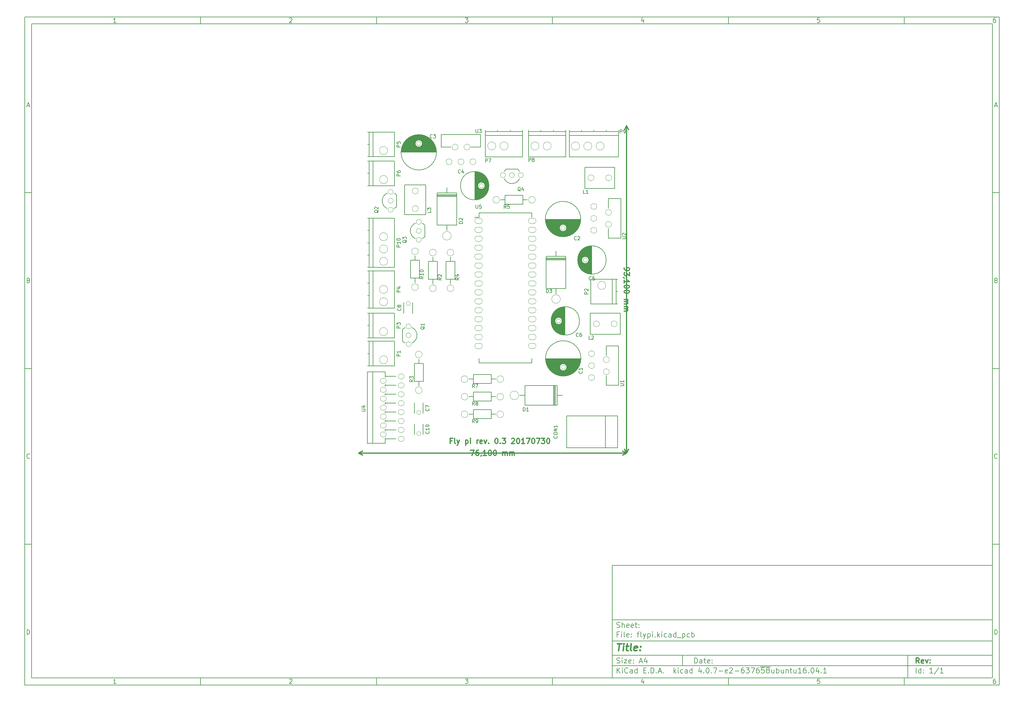
<source format=gbr>
%TF.GenerationSoftware,KiCad,Pcbnew,4.0.7-e2-6376~58~ubuntu16.04.1*%
%TF.CreationDate,2017-11-03T14:25:50+01:00*%
%TF.ProjectId,flypi,666C7970692E6B696361645F70636200,rev?*%
%TF.FileFunction,Legend,Top*%
%FSLAX46Y46*%
G04 Gerber Fmt 4.6, Leading zero omitted, Abs format (unit mm)*
G04 Created by KiCad (PCBNEW 4.0.7-e2-6376~58~ubuntu16.04.1) date Fri Nov  3 14:25:50 2017*
%MOMM*%
%LPD*%
G01*
G04 APERTURE LIST*
%ADD10C,0.100000*%
%ADD11C,0.150000*%
%ADD12C,0.300000*%
%ADD13C,0.400000*%
G04 APERTURE END LIST*
D10*
D11*
X177002200Y-166007200D02*
X177002200Y-198007200D01*
X285002200Y-198007200D01*
X285002200Y-166007200D01*
X177002200Y-166007200D01*
D10*
D11*
X10000000Y-10000000D02*
X10000000Y-200007200D01*
X287002200Y-200007200D01*
X287002200Y-10000000D01*
X10000000Y-10000000D01*
D10*
D11*
X12000000Y-12000000D02*
X12000000Y-198007200D01*
X285002200Y-198007200D01*
X285002200Y-12000000D01*
X12000000Y-12000000D01*
D10*
D11*
X60000000Y-12000000D02*
X60000000Y-10000000D01*
D10*
D11*
X110000000Y-12000000D02*
X110000000Y-10000000D01*
D10*
D11*
X160000000Y-12000000D02*
X160000000Y-10000000D01*
D10*
D11*
X210000000Y-12000000D02*
X210000000Y-10000000D01*
D10*
D11*
X260000000Y-12000000D02*
X260000000Y-10000000D01*
D10*
D11*
X35990476Y-11588095D02*
X35247619Y-11588095D01*
X35619048Y-11588095D02*
X35619048Y-10288095D01*
X35495238Y-10473810D01*
X35371429Y-10597619D01*
X35247619Y-10659524D01*
D10*
D11*
X85247619Y-10411905D02*
X85309524Y-10350000D01*
X85433333Y-10288095D01*
X85742857Y-10288095D01*
X85866667Y-10350000D01*
X85928571Y-10411905D01*
X85990476Y-10535714D01*
X85990476Y-10659524D01*
X85928571Y-10845238D01*
X85185714Y-11588095D01*
X85990476Y-11588095D01*
D10*
D11*
X135185714Y-10288095D02*
X135990476Y-10288095D01*
X135557143Y-10783333D01*
X135742857Y-10783333D01*
X135866667Y-10845238D01*
X135928571Y-10907143D01*
X135990476Y-11030952D01*
X135990476Y-11340476D01*
X135928571Y-11464286D01*
X135866667Y-11526190D01*
X135742857Y-11588095D01*
X135371429Y-11588095D01*
X135247619Y-11526190D01*
X135185714Y-11464286D01*
D10*
D11*
X185866667Y-10721429D02*
X185866667Y-11588095D01*
X185557143Y-10226190D02*
X185247619Y-11154762D01*
X186052381Y-11154762D01*
D10*
D11*
X235928571Y-10288095D02*
X235309524Y-10288095D01*
X235247619Y-10907143D01*
X235309524Y-10845238D01*
X235433333Y-10783333D01*
X235742857Y-10783333D01*
X235866667Y-10845238D01*
X235928571Y-10907143D01*
X235990476Y-11030952D01*
X235990476Y-11340476D01*
X235928571Y-11464286D01*
X235866667Y-11526190D01*
X235742857Y-11588095D01*
X235433333Y-11588095D01*
X235309524Y-11526190D01*
X235247619Y-11464286D01*
D10*
D11*
X285866667Y-10288095D02*
X285619048Y-10288095D01*
X285495238Y-10350000D01*
X285433333Y-10411905D01*
X285309524Y-10597619D01*
X285247619Y-10845238D01*
X285247619Y-11340476D01*
X285309524Y-11464286D01*
X285371429Y-11526190D01*
X285495238Y-11588095D01*
X285742857Y-11588095D01*
X285866667Y-11526190D01*
X285928571Y-11464286D01*
X285990476Y-11340476D01*
X285990476Y-11030952D01*
X285928571Y-10907143D01*
X285866667Y-10845238D01*
X285742857Y-10783333D01*
X285495238Y-10783333D01*
X285371429Y-10845238D01*
X285309524Y-10907143D01*
X285247619Y-11030952D01*
D10*
D11*
X60000000Y-198007200D02*
X60000000Y-200007200D01*
D10*
D11*
X110000000Y-198007200D02*
X110000000Y-200007200D01*
D10*
D11*
X160000000Y-198007200D02*
X160000000Y-200007200D01*
D10*
D11*
X210000000Y-198007200D02*
X210000000Y-200007200D01*
D10*
D11*
X260000000Y-198007200D02*
X260000000Y-200007200D01*
D10*
D11*
X35990476Y-199595295D02*
X35247619Y-199595295D01*
X35619048Y-199595295D02*
X35619048Y-198295295D01*
X35495238Y-198481010D01*
X35371429Y-198604819D01*
X35247619Y-198666724D01*
D10*
D11*
X85247619Y-198419105D02*
X85309524Y-198357200D01*
X85433333Y-198295295D01*
X85742857Y-198295295D01*
X85866667Y-198357200D01*
X85928571Y-198419105D01*
X85990476Y-198542914D01*
X85990476Y-198666724D01*
X85928571Y-198852438D01*
X85185714Y-199595295D01*
X85990476Y-199595295D01*
D10*
D11*
X135185714Y-198295295D02*
X135990476Y-198295295D01*
X135557143Y-198790533D01*
X135742857Y-198790533D01*
X135866667Y-198852438D01*
X135928571Y-198914343D01*
X135990476Y-199038152D01*
X135990476Y-199347676D01*
X135928571Y-199471486D01*
X135866667Y-199533390D01*
X135742857Y-199595295D01*
X135371429Y-199595295D01*
X135247619Y-199533390D01*
X135185714Y-199471486D01*
D10*
D11*
X185866667Y-198728629D02*
X185866667Y-199595295D01*
X185557143Y-198233390D02*
X185247619Y-199161962D01*
X186052381Y-199161962D01*
D10*
D11*
X235928571Y-198295295D02*
X235309524Y-198295295D01*
X235247619Y-198914343D01*
X235309524Y-198852438D01*
X235433333Y-198790533D01*
X235742857Y-198790533D01*
X235866667Y-198852438D01*
X235928571Y-198914343D01*
X235990476Y-199038152D01*
X235990476Y-199347676D01*
X235928571Y-199471486D01*
X235866667Y-199533390D01*
X235742857Y-199595295D01*
X235433333Y-199595295D01*
X235309524Y-199533390D01*
X235247619Y-199471486D01*
D10*
D11*
X285866667Y-198295295D02*
X285619048Y-198295295D01*
X285495238Y-198357200D01*
X285433333Y-198419105D01*
X285309524Y-198604819D01*
X285247619Y-198852438D01*
X285247619Y-199347676D01*
X285309524Y-199471486D01*
X285371429Y-199533390D01*
X285495238Y-199595295D01*
X285742857Y-199595295D01*
X285866667Y-199533390D01*
X285928571Y-199471486D01*
X285990476Y-199347676D01*
X285990476Y-199038152D01*
X285928571Y-198914343D01*
X285866667Y-198852438D01*
X285742857Y-198790533D01*
X285495238Y-198790533D01*
X285371429Y-198852438D01*
X285309524Y-198914343D01*
X285247619Y-199038152D01*
D10*
D11*
X10000000Y-60000000D02*
X12000000Y-60000000D01*
D10*
D11*
X10000000Y-110000000D02*
X12000000Y-110000000D01*
D10*
D11*
X10000000Y-160000000D02*
X12000000Y-160000000D01*
D10*
D11*
X10690476Y-35216667D02*
X11309524Y-35216667D01*
X10566667Y-35588095D02*
X11000000Y-34288095D01*
X11433333Y-35588095D01*
D10*
D11*
X11092857Y-84907143D02*
X11278571Y-84969048D01*
X11340476Y-85030952D01*
X11402381Y-85154762D01*
X11402381Y-85340476D01*
X11340476Y-85464286D01*
X11278571Y-85526190D01*
X11154762Y-85588095D01*
X10659524Y-85588095D01*
X10659524Y-84288095D01*
X11092857Y-84288095D01*
X11216667Y-84350000D01*
X11278571Y-84411905D01*
X11340476Y-84535714D01*
X11340476Y-84659524D01*
X11278571Y-84783333D01*
X11216667Y-84845238D01*
X11092857Y-84907143D01*
X10659524Y-84907143D01*
D10*
D11*
X11402381Y-135464286D02*
X11340476Y-135526190D01*
X11154762Y-135588095D01*
X11030952Y-135588095D01*
X10845238Y-135526190D01*
X10721429Y-135402381D01*
X10659524Y-135278571D01*
X10597619Y-135030952D01*
X10597619Y-134845238D01*
X10659524Y-134597619D01*
X10721429Y-134473810D01*
X10845238Y-134350000D01*
X11030952Y-134288095D01*
X11154762Y-134288095D01*
X11340476Y-134350000D01*
X11402381Y-134411905D01*
D10*
D11*
X10659524Y-185588095D02*
X10659524Y-184288095D01*
X10969048Y-184288095D01*
X11154762Y-184350000D01*
X11278571Y-184473810D01*
X11340476Y-184597619D01*
X11402381Y-184845238D01*
X11402381Y-185030952D01*
X11340476Y-185278571D01*
X11278571Y-185402381D01*
X11154762Y-185526190D01*
X10969048Y-185588095D01*
X10659524Y-185588095D01*
D10*
D11*
X287002200Y-60000000D02*
X285002200Y-60000000D01*
D10*
D11*
X287002200Y-110000000D02*
X285002200Y-110000000D01*
D10*
D11*
X287002200Y-160000000D02*
X285002200Y-160000000D01*
D10*
D11*
X285692676Y-35216667D02*
X286311724Y-35216667D01*
X285568867Y-35588095D02*
X286002200Y-34288095D01*
X286435533Y-35588095D01*
D10*
D11*
X286095057Y-84907143D02*
X286280771Y-84969048D01*
X286342676Y-85030952D01*
X286404581Y-85154762D01*
X286404581Y-85340476D01*
X286342676Y-85464286D01*
X286280771Y-85526190D01*
X286156962Y-85588095D01*
X285661724Y-85588095D01*
X285661724Y-84288095D01*
X286095057Y-84288095D01*
X286218867Y-84350000D01*
X286280771Y-84411905D01*
X286342676Y-84535714D01*
X286342676Y-84659524D01*
X286280771Y-84783333D01*
X286218867Y-84845238D01*
X286095057Y-84907143D01*
X285661724Y-84907143D01*
D10*
D11*
X286404581Y-135464286D02*
X286342676Y-135526190D01*
X286156962Y-135588095D01*
X286033152Y-135588095D01*
X285847438Y-135526190D01*
X285723629Y-135402381D01*
X285661724Y-135278571D01*
X285599819Y-135030952D01*
X285599819Y-134845238D01*
X285661724Y-134597619D01*
X285723629Y-134473810D01*
X285847438Y-134350000D01*
X286033152Y-134288095D01*
X286156962Y-134288095D01*
X286342676Y-134350000D01*
X286404581Y-134411905D01*
D10*
D11*
X285661724Y-185588095D02*
X285661724Y-184288095D01*
X285971248Y-184288095D01*
X286156962Y-184350000D01*
X286280771Y-184473810D01*
X286342676Y-184597619D01*
X286404581Y-184845238D01*
X286404581Y-185030952D01*
X286342676Y-185278571D01*
X286280771Y-185402381D01*
X286156962Y-185526190D01*
X285971248Y-185588095D01*
X285661724Y-185588095D01*
D10*
D11*
X200359343Y-193785771D02*
X200359343Y-192285771D01*
X200716486Y-192285771D01*
X200930771Y-192357200D01*
X201073629Y-192500057D01*
X201145057Y-192642914D01*
X201216486Y-192928629D01*
X201216486Y-193142914D01*
X201145057Y-193428629D01*
X201073629Y-193571486D01*
X200930771Y-193714343D01*
X200716486Y-193785771D01*
X200359343Y-193785771D01*
X202502200Y-193785771D02*
X202502200Y-193000057D01*
X202430771Y-192857200D01*
X202287914Y-192785771D01*
X202002200Y-192785771D01*
X201859343Y-192857200D01*
X202502200Y-193714343D02*
X202359343Y-193785771D01*
X202002200Y-193785771D01*
X201859343Y-193714343D01*
X201787914Y-193571486D01*
X201787914Y-193428629D01*
X201859343Y-193285771D01*
X202002200Y-193214343D01*
X202359343Y-193214343D01*
X202502200Y-193142914D01*
X203002200Y-192785771D02*
X203573629Y-192785771D01*
X203216486Y-192285771D02*
X203216486Y-193571486D01*
X203287914Y-193714343D01*
X203430772Y-193785771D01*
X203573629Y-193785771D01*
X204645057Y-193714343D02*
X204502200Y-193785771D01*
X204216486Y-193785771D01*
X204073629Y-193714343D01*
X204002200Y-193571486D01*
X204002200Y-193000057D01*
X204073629Y-192857200D01*
X204216486Y-192785771D01*
X204502200Y-192785771D01*
X204645057Y-192857200D01*
X204716486Y-193000057D01*
X204716486Y-193142914D01*
X204002200Y-193285771D01*
X205359343Y-193642914D02*
X205430771Y-193714343D01*
X205359343Y-193785771D01*
X205287914Y-193714343D01*
X205359343Y-193642914D01*
X205359343Y-193785771D01*
X205359343Y-192857200D02*
X205430771Y-192928629D01*
X205359343Y-193000057D01*
X205287914Y-192928629D01*
X205359343Y-192857200D01*
X205359343Y-193000057D01*
D10*
D11*
X177002200Y-194507200D02*
X285002200Y-194507200D01*
D10*
D11*
X178359343Y-196585771D02*
X178359343Y-195085771D01*
X179216486Y-196585771D02*
X178573629Y-195728629D01*
X179216486Y-195085771D02*
X178359343Y-195942914D01*
X179859343Y-196585771D02*
X179859343Y-195585771D01*
X179859343Y-195085771D02*
X179787914Y-195157200D01*
X179859343Y-195228629D01*
X179930771Y-195157200D01*
X179859343Y-195085771D01*
X179859343Y-195228629D01*
X181430772Y-196442914D02*
X181359343Y-196514343D01*
X181145057Y-196585771D01*
X181002200Y-196585771D01*
X180787915Y-196514343D01*
X180645057Y-196371486D01*
X180573629Y-196228629D01*
X180502200Y-195942914D01*
X180502200Y-195728629D01*
X180573629Y-195442914D01*
X180645057Y-195300057D01*
X180787915Y-195157200D01*
X181002200Y-195085771D01*
X181145057Y-195085771D01*
X181359343Y-195157200D01*
X181430772Y-195228629D01*
X182716486Y-196585771D02*
X182716486Y-195800057D01*
X182645057Y-195657200D01*
X182502200Y-195585771D01*
X182216486Y-195585771D01*
X182073629Y-195657200D01*
X182716486Y-196514343D02*
X182573629Y-196585771D01*
X182216486Y-196585771D01*
X182073629Y-196514343D01*
X182002200Y-196371486D01*
X182002200Y-196228629D01*
X182073629Y-196085771D01*
X182216486Y-196014343D01*
X182573629Y-196014343D01*
X182716486Y-195942914D01*
X184073629Y-196585771D02*
X184073629Y-195085771D01*
X184073629Y-196514343D02*
X183930772Y-196585771D01*
X183645058Y-196585771D01*
X183502200Y-196514343D01*
X183430772Y-196442914D01*
X183359343Y-196300057D01*
X183359343Y-195871486D01*
X183430772Y-195728629D01*
X183502200Y-195657200D01*
X183645058Y-195585771D01*
X183930772Y-195585771D01*
X184073629Y-195657200D01*
X185930772Y-195800057D02*
X186430772Y-195800057D01*
X186645058Y-196585771D02*
X185930772Y-196585771D01*
X185930772Y-195085771D01*
X186645058Y-195085771D01*
X187287915Y-196442914D02*
X187359343Y-196514343D01*
X187287915Y-196585771D01*
X187216486Y-196514343D01*
X187287915Y-196442914D01*
X187287915Y-196585771D01*
X188002201Y-196585771D02*
X188002201Y-195085771D01*
X188359344Y-195085771D01*
X188573629Y-195157200D01*
X188716487Y-195300057D01*
X188787915Y-195442914D01*
X188859344Y-195728629D01*
X188859344Y-195942914D01*
X188787915Y-196228629D01*
X188716487Y-196371486D01*
X188573629Y-196514343D01*
X188359344Y-196585771D01*
X188002201Y-196585771D01*
X189502201Y-196442914D02*
X189573629Y-196514343D01*
X189502201Y-196585771D01*
X189430772Y-196514343D01*
X189502201Y-196442914D01*
X189502201Y-196585771D01*
X190145058Y-196157200D02*
X190859344Y-196157200D01*
X190002201Y-196585771D02*
X190502201Y-195085771D01*
X191002201Y-196585771D01*
X191502201Y-196442914D02*
X191573629Y-196514343D01*
X191502201Y-196585771D01*
X191430772Y-196514343D01*
X191502201Y-196442914D01*
X191502201Y-196585771D01*
X194502201Y-196585771D02*
X194502201Y-195085771D01*
X194645058Y-196014343D02*
X195073629Y-196585771D01*
X195073629Y-195585771D02*
X194502201Y-196157200D01*
X195716487Y-196585771D02*
X195716487Y-195585771D01*
X195716487Y-195085771D02*
X195645058Y-195157200D01*
X195716487Y-195228629D01*
X195787915Y-195157200D01*
X195716487Y-195085771D01*
X195716487Y-195228629D01*
X197073630Y-196514343D02*
X196930773Y-196585771D01*
X196645059Y-196585771D01*
X196502201Y-196514343D01*
X196430773Y-196442914D01*
X196359344Y-196300057D01*
X196359344Y-195871486D01*
X196430773Y-195728629D01*
X196502201Y-195657200D01*
X196645059Y-195585771D01*
X196930773Y-195585771D01*
X197073630Y-195657200D01*
X198359344Y-196585771D02*
X198359344Y-195800057D01*
X198287915Y-195657200D01*
X198145058Y-195585771D01*
X197859344Y-195585771D01*
X197716487Y-195657200D01*
X198359344Y-196514343D02*
X198216487Y-196585771D01*
X197859344Y-196585771D01*
X197716487Y-196514343D01*
X197645058Y-196371486D01*
X197645058Y-196228629D01*
X197716487Y-196085771D01*
X197859344Y-196014343D01*
X198216487Y-196014343D01*
X198359344Y-195942914D01*
X199716487Y-196585771D02*
X199716487Y-195085771D01*
X199716487Y-196514343D02*
X199573630Y-196585771D01*
X199287916Y-196585771D01*
X199145058Y-196514343D01*
X199073630Y-196442914D01*
X199002201Y-196300057D01*
X199002201Y-195871486D01*
X199073630Y-195728629D01*
X199145058Y-195657200D01*
X199287916Y-195585771D01*
X199573630Y-195585771D01*
X199716487Y-195657200D01*
X202216487Y-195585771D02*
X202216487Y-196585771D01*
X201859344Y-195014343D02*
X201502201Y-196085771D01*
X202430773Y-196085771D01*
X203002201Y-196442914D02*
X203073629Y-196514343D01*
X203002201Y-196585771D01*
X202930772Y-196514343D01*
X203002201Y-196442914D01*
X203002201Y-196585771D01*
X204002201Y-195085771D02*
X204145058Y-195085771D01*
X204287915Y-195157200D01*
X204359344Y-195228629D01*
X204430773Y-195371486D01*
X204502201Y-195657200D01*
X204502201Y-196014343D01*
X204430773Y-196300057D01*
X204359344Y-196442914D01*
X204287915Y-196514343D01*
X204145058Y-196585771D01*
X204002201Y-196585771D01*
X203859344Y-196514343D01*
X203787915Y-196442914D01*
X203716487Y-196300057D01*
X203645058Y-196014343D01*
X203645058Y-195657200D01*
X203716487Y-195371486D01*
X203787915Y-195228629D01*
X203859344Y-195157200D01*
X204002201Y-195085771D01*
X205145058Y-196442914D02*
X205216486Y-196514343D01*
X205145058Y-196585771D01*
X205073629Y-196514343D01*
X205145058Y-196442914D01*
X205145058Y-196585771D01*
X205716487Y-195085771D02*
X206716487Y-195085771D01*
X206073630Y-196585771D01*
X207287915Y-196014343D02*
X208430772Y-196014343D01*
X209716486Y-196514343D02*
X209573629Y-196585771D01*
X209287915Y-196585771D01*
X209145058Y-196514343D01*
X209073629Y-196371486D01*
X209073629Y-195800057D01*
X209145058Y-195657200D01*
X209287915Y-195585771D01*
X209573629Y-195585771D01*
X209716486Y-195657200D01*
X209787915Y-195800057D01*
X209787915Y-195942914D01*
X209073629Y-196085771D01*
X210359343Y-195228629D02*
X210430772Y-195157200D01*
X210573629Y-195085771D01*
X210930772Y-195085771D01*
X211073629Y-195157200D01*
X211145058Y-195228629D01*
X211216486Y-195371486D01*
X211216486Y-195514343D01*
X211145058Y-195728629D01*
X210287915Y-196585771D01*
X211216486Y-196585771D01*
X211859343Y-196014343D02*
X213002200Y-196014343D01*
X214359343Y-195085771D02*
X214073629Y-195085771D01*
X213930772Y-195157200D01*
X213859343Y-195228629D01*
X213716486Y-195442914D01*
X213645057Y-195728629D01*
X213645057Y-196300057D01*
X213716486Y-196442914D01*
X213787914Y-196514343D01*
X213930772Y-196585771D01*
X214216486Y-196585771D01*
X214359343Y-196514343D01*
X214430772Y-196442914D01*
X214502200Y-196300057D01*
X214502200Y-195942914D01*
X214430772Y-195800057D01*
X214359343Y-195728629D01*
X214216486Y-195657200D01*
X213930772Y-195657200D01*
X213787914Y-195728629D01*
X213716486Y-195800057D01*
X213645057Y-195942914D01*
X215002200Y-195085771D02*
X215930771Y-195085771D01*
X215430771Y-195657200D01*
X215645057Y-195657200D01*
X215787914Y-195728629D01*
X215859343Y-195800057D01*
X215930771Y-195942914D01*
X215930771Y-196300057D01*
X215859343Y-196442914D01*
X215787914Y-196514343D01*
X215645057Y-196585771D01*
X215216485Y-196585771D01*
X215073628Y-196514343D01*
X215002200Y-196442914D01*
X216430771Y-195085771D02*
X217430771Y-195085771D01*
X216787914Y-196585771D01*
X218645056Y-195085771D02*
X218359342Y-195085771D01*
X218216485Y-195157200D01*
X218145056Y-195228629D01*
X218002199Y-195442914D01*
X217930770Y-195728629D01*
X217930770Y-196300057D01*
X218002199Y-196442914D01*
X218073627Y-196514343D01*
X218216485Y-196585771D01*
X218502199Y-196585771D01*
X218645056Y-196514343D01*
X218716485Y-196442914D01*
X218787913Y-196300057D01*
X218787913Y-195942914D01*
X218716485Y-195800057D01*
X218645056Y-195728629D01*
X218502199Y-195657200D01*
X218216485Y-195657200D01*
X218073627Y-195728629D01*
X218002199Y-195800057D01*
X217930770Y-195942914D01*
X220145056Y-195085771D02*
X219430770Y-195085771D01*
X219359341Y-195800057D01*
X219430770Y-195728629D01*
X219573627Y-195657200D01*
X219930770Y-195657200D01*
X220073627Y-195728629D01*
X220145056Y-195800057D01*
X220216484Y-195942914D01*
X220216484Y-196300057D01*
X220145056Y-196442914D01*
X220073627Y-196514343D01*
X219930770Y-196585771D01*
X219573627Y-196585771D01*
X219430770Y-196514343D01*
X219359341Y-196442914D01*
X221073627Y-195728629D02*
X220930769Y-195657200D01*
X220859341Y-195585771D01*
X220787912Y-195442914D01*
X220787912Y-195371486D01*
X220859341Y-195228629D01*
X220930769Y-195157200D01*
X221073627Y-195085771D01*
X221359341Y-195085771D01*
X221502198Y-195157200D01*
X221573627Y-195228629D01*
X221645055Y-195371486D01*
X221645055Y-195442914D01*
X221573627Y-195585771D01*
X221502198Y-195657200D01*
X221359341Y-195728629D01*
X221073627Y-195728629D01*
X220930769Y-195800057D01*
X220859341Y-195871486D01*
X220787912Y-196014343D01*
X220787912Y-196300057D01*
X220859341Y-196442914D01*
X220930769Y-196514343D01*
X221073627Y-196585771D01*
X221359341Y-196585771D01*
X221502198Y-196514343D01*
X221573627Y-196442914D01*
X221645055Y-196300057D01*
X221645055Y-196014343D01*
X221573627Y-195871486D01*
X221502198Y-195800057D01*
X221359341Y-195728629D01*
X219073627Y-194827200D02*
X221930769Y-194827200D01*
X222930769Y-195585771D02*
X222930769Y-196585771D01*
X222287912Y-195585771D02*
X222287912Y-196371486D01*
X222359340Y-196514343D01*
X222502198Y-196585771D01*
X222716483Y-196585771D01*
X222859340Y-196514343D01*
X222930769Y-196442914D01*
X223645055Y-196585771D02*
X223645055Y-195085771D01*
X223645055Y-195657200D02*
X223787912Y-195585771D01*
X224073626Y-195585771D01*
X224216483Y-195657200D01*
X224287912Y-195728629D01*
X224359341Y-195871486D01*
X224359341Y-196300057D01*
X224287912Y-196442914D01*
X224216483Y-196514343D01*
X224073626Y-196585771D01*
X223787912Y-196585771D01*
X223645055Y-196514343D01*
X225645055Y-195585771D02*
X225645055Y-196585771D01*
X225002198Y-195585771D02*
X225002198Y-196371486D01*
X225073626Y-196514343D01*
X225216484Y-196585771D01*
X225430769Y-196585771D01*
X225573626Y-196514343D01*
X225645055Y-196442914D01*
X226359341Y-195585771D02*
X226359341Y-196585771D01*
X226359341Y-195728629D02*
X226430769Y-195657200D01*
X226573627Y-195585771D01*
X226787912Y-195585771D01*
X226930769Y-195657200D01*
X227002198Y-195800057D01*
X227002198Y-196585771D01*
X227502198Y-195585771D02*
X228073627Y-195585771D01*
X227716484Y-195085771D02*
X227716484Y-196371486D01*
X227787912Y-196514343D01*
X227930770Y-196585771D01*
X228073627Y-196585771D01*
X229216484Y-195585771D02*
X229216484Y-196585771D01*
X228573627Y-195585771D02*
X228573627Y-196371486D01*
X228645055Y-196514343D01*
X228787913Y-196585771D01*
X229002198Y-196585771D01*
X229145055Y-196514343D01*
X229216484Y-196442914D01*
X230716484Y-196585771D02*
X229859341Y-196585771D01*
X230287913Y-196585771D02*
X230287913Y-195085771D01*
X230145056Y-195300057D01*
X230002198Y-195442914D01*
X229859341Y-195514343D01*
X232002198Y-195085771D02*
X231716484Y-195085771D01*
X231573627Y-195157200D01*
X231502198Y-195228629D01*
X231359341Y-195442914D01*
X231287912Y-195728629D01*
X231287912Y-196300057D01*
X231359341Y-196442914D01*
X231430769Y-196514343D01*
X231573627Y-196585771D01*
X231859341Y-196585771D01*
X232002198Y-196514343D01*
X232073627Y-196442914D01*
X232145055Y-196300057D01*
X232145055Y-195942914D01*
X232073627Y-195800057D01*
X232002198Y-195728629D01*
X231859341Y-195657200D01*
X231573627Y-195657200D01*
X231430769Y-195728629D01*
X231359341Y-195800057D01*
X231287912Y-195942914D01*
X232787912Y-196442914D02*
X232859340Y-196514343D01*
X232787912Y-196585771D01*
X232716483Y-196514343D01*
X232787912Y-196442914D01*
X232787912Y-196585771D01*
X233787912Y-195085771D02*
X233930769Y-195085771D01*
X234073626Y-195157200D01*
X234145055Y-195228629D01*
X234216484Y-195371486D01*
X234287912Y-195657200D01*
X234287912Y-196014343D01*
X234216484Y-196300057D01*
X234145055Y-196442914D01*
X234073626Y-196514343D01*
X233930769Y-196585771D01*
X233787912Y-196585771D01*
X233645055Y-196514343D01*
X233573626Y-196442914D01*
X233502198Y-196300057D01*
X233430769Y-196014343D01*
X233430769Y-195657200D01*
X233502198Y-195371486D01*
X233573626Y-195228629D01*
X233645055Y-195157200D01*
X233787912Y-195085771D01*
X235573626Y-195585771D02*
X235573626Y-196585771D01*
X235216483Y-195014343D02*
X234859340Y-196085771D01*
X235787912Y-196085771D01*
X236359340Y-196442914D02*
X236430768Y-196514343D01*
X236359340Y-196585771D01*
X236287911Y-196514343D01*
X236359340Y-196442914D01*
X236359340Y-196585771D01*
X237859340Y-196585771D02*
X237002197Y-196585771D01*
X237430769Y-196585771D02*
X237430769Y-195085771D01*
X237287912Y-195300057D01*
X237145054Y-195442914D01*
X237002197Y-195514343D01*
D10*
D11*
X177002200Y-191507200D02*
X285002200Y-191507200D01*
D10*
D12*
X264216486Y-193785771D02*
X263716486Y-193071486D01*
X263359343Y-193785771D02*
X263359343Y-192285771D01*
X263930771Y-192285771D01*
X264073629Y-192357200D01*
X264145057Y-192428629D01*
X264216486Y-192571486D01*
X264216486Y-192785771D01*
X264145057Y-192928629D01*
X264073629Y-193000057D01*
X263930771Y-193071486D01*
X263359343Y-193071486D01*
X265430771Y-193714343D02*
X265287914Y-193785771D01*
X265002200Y-193785771D01*
X264859343Y-193714343D01*
X264787914Y-193571486D01*
X264787914Y-193000057D01*
X264859343Y-192857200D01*
X265002200Y-192785771D01*
X265287914Y-192785771D01*
X265430771Y-192857200D01*
X265502200Y-193000057D01*
X265502200Y-193142914D01*
X264787914Y-193285771D01*
X266002200Y-192785771D02*
X266359343Y-193785771D01*
X266716485Y-192785771D01*
X267287914Y-193642914D02*
X267359342Y-193714343D01*
X267287914Y-193785771D01*
X267216485Y-193714343D01*
X267287914Y-193642914D01*
X267287914Y-193785771D01*
X267287914Y-192857200D02*
X267359342Y-192928629D01*
X267287914Y-193000057D01*
X267216485Y-192928629D01*
X267287914Y-192857200D01*
X267287914Y-193000057D01*
D10*
D11*
X178287914Y-193714343D02*
X178502200Y-193785771D01*
X178859343Y-193785771D01*
X179002200Y-193714343D01*
X179073629Y-193642914D01*
X179145057Y-193500057D01*
X179145057Y-193357200D01*
X179073629Y-193214343D01*
X179002200Y-193142914D01*
X178859343Y-193071486D01*
X178573629Y-193000057D01*
X178430771Y-192928629D01*
X178359343Y-192857200D01*
X178287914Y-192714343D01*
X178287914Y-192571486D01*
X178359343Y-192428629D01*
X178430771Y-192357200D01*
X178573629Y-192285771D01*
X178930771Y-192285771D01*
X179145057Y-192357200D01*
X179787914Y-193785771D02*
X179787914Y-192785771D01*
X179787914Y-192285771D02*
X179716485Y-192357200D01*
X179787914Y-192428629D01*
X179859342Y-192357200D01*
X179787914Y-192285771D01*
X179787914Y-192428629D01*
X180359343Y-192785771D02*
X181145057Y-192785771D01*
X180359343Y-193785771D01*
X181145057Y-193785771D01*
X182287914Y-193714343D02*
X182145057Y-193785771D01*
X181859343Y-193785771D01*
X181716486Y-193714343D01*
X181645057Y-193571486D01*
X181645057Y-193000057D01*
X181716486Y-192857200D01*
X181859343Y-192785771D01*
X182145057Y-192785771D01*
X182287914Y-192857200D01*
X182359343Y-193000057D01*
X182359343Y-193142914D01*
X181645057Y-193285771D01*
X183002200Y-193642914D02*
X183073628Y-193714343D01*
X183002200Y-193785771D01*
X182930771Y-193714343D01*
X183002200Y-193642914D01*
X183002200Y-193785771D01*
X183002200Y-192857200D02*
X183073628Y-192928629D01*
X183002200Y-193000057D01*
X182930771Y-192928629D01*
X183002200Y-192857200D01*
X183002200Y-193000057D01*
X184787914Y-193357200D02*
X185502200Y-193357200D01*
X184645057Y-193785771D02*
X185145057Y-192285771D01*
X185645057Y-193785771D01*
X186787914Y-192785771D02*
X186787914Y-193785771D01*
X186430771Y-192214343D02*
X186073628Y-193285771D01*
X187002200Y-193285771D01*
D10*
D11*
X263359343Y-196585771D02*
X263359343Y-195085771D01*
X264716486Y-196585771D02*
X264716486Y-195085771D01*
X264716486Y-196514343D02*
X264573629Y-196585771D01*
X264287915Y-196585771D01*
X264145057Y-196514343D01*
X264073629Y-196442914D01*
X264002200Y-196300057D01*
X264002200Y-195871486D01*
X264073629Y-195728629D01*
X264145057Y-195657200D01*
X264287915Y-195585771D01*
X264573629Y-195585771D01*
X264716486Y-195657200D01*
X265430772Y-196442914D02*
X265502200Y-196514343D01*
X265430772Y-196585771D01*
X265359343Y-196514343D01*
X265430772Y-196442914D01*
X265430772Y-196585771D01*
X265430772Y-195657200D02*
X265502200Y-195728629D01*
X265430772Y-195800057D01*
X265359343Y-195728629D01*
X265430772Y-195657200D01*
X265430772Y-195800057D01*
X268073629Y-196585771D02*
X267216486Y-196585771D01*
X267645058Y-196585771D02*
X267645058Y-195085771D01*
X267502201Y-195300057D01*
X267359343Y-195442914D01*
X267216486Y-195514343D01*
X269787914Y-195014343D02*
X268502200Y-196942914D01*
X271073629Y-196585771D02*
X270216486Y-196585771D01*
X270645058Y-196585771D02*
X270645058Y-195085771D01*
X270502201Y-195300057D01*
X270359343Y-195442914D01*
X270216486Y-195514343D01*
D10*
D11*
X177002200Y-187507200D02*
X285002200Y-187507200D01*
D10*
D13*
X178454581Y-188211962D02*
X179597438Y-188211962D01*
X178776010Y-190211962D02*
X179026010Y-188211962D01*
X180014105Y-190211962D02*
X180180771Y-188878629D01*
X180264105Y-188211962D02*
X180156962Y-188307200D01*
X180240295Y-188402438D01*
X180347439Y-188307200D01*
X180264105Y-188211962D01*
X180240295Y-188402438D01*
X180847438Y-188878629D02*
X181609343Y-188878629D01*
X181216486Y-188211962D02*
X181002200Y-189926248D01*
X181073630Y-190116724D01*
X181252201Y-190211962D01*
X181442677Y-190211962D01*
X182395058Y-190211962D02*
X182216487Y-190116724D01*
X182145057Y-189926248D01*
X182359343Y-188211962D01*
X183930772Y-190116724D02*
X183728391Y-190211962D01*
X183347439Y-190211962D01*
X183168867Y-190116724D01*
X183097438Y-189926248D01*
X183192676Y-189164343D01*
X183311724Y-188973867D01*
X183514105Y-188878629D01*
X183895057Y-188878629D01*
X184073629Y-188973867D01*
X184145057Y-189164343D01*
X184121248Y-189354819D01*
X183145057Y-189545295D01*
X184895057Y-190021486D02*
X184978392Y-190116724D01*
X184871248Y-190211962D01*
X184787915Y-190116724D01*
X184895057Y-190021486D01*
X184871248Y-190211962D01*
X185026010Y-188973867D02*
X185109344Y-189069105D01*
X185002200Y-189164343D01*
X184918867Y-189069105D01*
X185026010Y-188973867D01*
X185002200Y-189164343D01*
D10*
D11*
X178859343Y-185600057D02*
X178359343Y-185600057D01*
X178359343Y-186385771D02*
X178359343Y-184885771D01*
X179073629Y-184885771D01*
X179645057Y-186385771D02*
X179645057Y-185385771D01*
X179645057Y-184885771D02*
X179573628Y-184957200D01*
X179645057Y-185028629D01*
X179716485Y-184957200D01*
X179645057Y-184885771D01*
X179645057Y-185028629D01*
X180573629Y-186385771D02*
X180430771Y-186314343D01*
X180359343Y-186171486D01*
X180359343Y-184885771D01*
X181716485Y-186314343D02*
X181573628Y-186385771D01*
X181287914Y-186385771D01*
X181145057Y-186314343D01*
X181073628Y-186171486D01*
X181073628Y-185600057D01*
X181145057Y-185457200D01*
X181287914Y-185385771D01*
X181573628Y-185385771D01*
X181716485Y-185457200D01*
X181787914Y-185600057D01*
X181787914Y-185742914D01*
X181073628Y-185885771D01*
X182430771Y-186242914D02*
X182502199Y-186314343D01*
X182430771Y-186385771D01*
X182359342Y-186314343D01*
X182430771Y-186242914D01*
X182430771Y-186385771D01*
X182430771Y-185457200D02*
X182502199Y-185528629D01*
X182430771Y-185600057D01*
X182359342Y-185528629D01*
X182430771Y-185457200D01*
X182430771Y-185600057D01*
X184073628Y-185385771D02*
X184645057Y-185385771D01*
X184287914Y-186385771D02*
X184287914Y-185100057D01*
X184359342Y-184957200D01*
X184502200Y-184885771D01*
X184645057Y-184885771D01*
X185359343Y-186385771D02*
X185216485Y-186314343D01*
X185145057Y-186171486D01*
X185145057Y-184885771D01*
X185787914Y-185385771D02*
X186145057Y-186385771D01*
X186502199Y-185385771D02*
X186145057Y-186385771D01*
X186002199Y-186742914D01*
X185930771Y-186814343D01*
X185787914Y-186885771D01*
X187073628Y-185385771D02*
X187073628Y-186885771D01*
X187073628Y-185457200D02*
X187216485Y-185385771D01*
X187502199Y-185385771D01*
X187645056Y-185457200D01*
X187716485Y-185528629D01*
X187787914Y-185671486D01*
X187787914Y-186100057D01*
X187716485Y-186242914D01*
X187645056Y-186314343D01*
X187502199Y-186385771D01*
X187216485Y-186385771D01*
X187073628Y-186314343D01*
X188430771Y-186385771D02*
X188430771Y-185385771D01*
X188430771Y-184885771D02*
X188359342Y-184957200D01*
X188430771Y-185028629D01*
X188502199Y-184957200D01*
X188430771Y-184885771D01*
X188430771Y-185028629D01*
X189145057Y-186242914D02*
X189216485Y-186314343D01*
X189145057Y-186385771D01*
X189073628Y-186314343D01*
X189145057Y-186242914D01*
X189145057Y-186385771D01*
X189859343Y-186385771D02*
X189859343Y-184885771D01*
X190002200Y-185814343D02*
X190430771Y-186385771D01*
X190430771Y-185385771D02*
X189859343Y-185957200D01*
X191073629Y-186385771D02*
X191073629Y-185385771D01*
X191073629Y-184885771D02*
X191002200Y-184957200D01*
X191073629Y-185028629D01*
X191145057Y-184957200D01*
X191073629Y-184885771D01*
X191073629Y-185028629D01*
X192430772Y-186314343D02*
X192287915Y-186385771D01*
X192002201Y-186385771D01*
X191859343Y-186314343D01*
X191787915Y-186242914D01*
X191716486Y-186100057D01*
X191716486Y-185671486D01*
X191787915Y-185528629D01*
X191859343Y-185457200D01*
X192002201Y-185385771D01*
X192287915Y-185385771D01*
X192430772Y-185457200D01*
X193716486Y-186385771D02*
X193716486Y-185600057D01*
X193645057Y-185457200D01*
X193502200Y-185385771D01*
X193216486Y-185385771D01*
X193073629Y-185457200D01*
X193716486Y-186314343D02*
X193573629Y-186385771D01*
X193216486Y-186385771D01*
X193073629Y-186314343D01*
X193002200Y-186171486D01*
X193002200Y-186028629D01*
X193073629Y-185885771D01*
X193216486Y-185814343D01*
X193573629Y-185814343D01*
X193716486Y-185742914D01*
X195073629Y-186385771D02*
X195073629Y-184885771D01*
X195073629Y-186314343D02*
X194930772Y-186385771D01*
X194645058Y-186385771D01*
X194502200Y-186314343D01*
X194430772Y-186242914D01*
X194359343Y-186100057D01*
X194359343Y-185671486D01*
X194430772Y-185528629D01*
X194502200Y-185457200D01*
X194645058Y-185385771D01*
X194930772Y-185385771D01*
X195073629Y-185457200D01*
X195430772Y-186528629D02*
X196573629Y-186528629D01*
X196930772Y-185385771D02*
X196930772Y-186885771D01*
X196930772Y-185457200D02*
X197073629Y-185385771D01*
X197359343Y-185385771D01*
X197502200Y-185457200D01*
X197573629Y-185528629D01*
X197645058Y-185671486D01*
X197645058Y-186100057D01*
X197573629Y-186242914D01*
X197502200Y-186314343D01*
X197359343Y-186385771D01*
X197073629Y-186385771D01*
X196930772Y-186314343D01*
X198930772Y-186314343D02*
X198787915Y-186385771D01*
X198502201Y-186385771D01*
X198359343Y-186314343D01*
X198287915Y-186242914D01*
X198216486Y-186100057D01*
X198216486Y-185671486D01*
X198287915Y-185528629D01*
X198359343Y-185457200D01*
X198502201Y-185385771D01*
X198787915Y-185385771D01*
X198930772Y-185457200D01*
X199573629Y-186385771D02*
X199573629Y-184885771D01*
X199573629Y-185457200D02*
X199716486Y-185385771D01*
X200002200Y-185385771D01*
X200145057Y-185457200D01*
X200216486Y-185528629D01*
X200287915Y-185671486D01*
X200287915Y-186100057D01*
X200216486Y-186242914D01*
X200145057Y-186314343D01*
X200002200Y-186385771D01*
X199716486Y-186385771D01*
X199573629Y-186314343D01*
D10*
D11*
X177002200Y-181507200D02*
X285002200Y-181507200D01*
D10*
D11*
X178287914Y-183614343D02*
X178502200Y-183685771D01*
X178859343Y-183685771D01*
X179002200Y-183614343D01*
X179073629Y-183542914D01*
X179145057Y-183400057D01*
X179145057Y-183257200D01*
X179073629Y-183114343D01*
X179002200Y-183042914D01*
X178859343Y-182971486D01*
X178573629Y-182900057D01*
X178430771Y-182828629D01*
X178359343Y-182757200D01*
X178287914Y-182614343D01*
X178287914Y-182471486D01*
X178359343Y-182328629D01*
X178430771Y-182257200D01*
X178573629Y-182185771D01*
X178930771Y-182185771D01*
X179145057Y-182257200D01*
X179787914Y-183685771D02*
X179787914Y-182185771D01*
X180430771Y-183685771D02*
X180430771Y-182900057D01*
X180359342Y-182757200D01*
X180216485Y-182685771D01*
X180002200Y-182685771D01*
X179859342Y-182757200D01*
X179787914Y-182828629D01*
X181716485Y-183614343D02*
X181573628Y-183685771D01*
X181287914Y-183685771D01*
X181145057Y-183614343D01*
X181073628Y-183471486D01*
X181073628Y-182900057D01*
X181145057Y-182757200D01*
X181287914Y-182685771D01*
X181573628Y-182685771D01*
X181716485Y-182757200D01*
X181787914Y-182900057D01*
X181787914Y-183042914D01*
X181073628Y-183185771D01*
X183002199Y-183614343D02*
X182859342Y-183685771D01*
X182573628Y-183685771D01*
X182430771Y-183614343D01*
X182359342Y-183471486D01*
X182359342Y-182900057D01*
X182430771Y-182757200D01*
X182573628Y-182685771D01*
X182859342Y-182685771D01*
X183002199Y-182757200D01*
X183073628Y-182900057D01*
X183073628Y-183042914D01*
X182359342Y-183185771D01*
X183502199Y-182685771D02*
X184073628Y-182685771D01*
X183716485Y-182185771D02*
X183716485Y-183471486D01*
X183787913Y-183614343D01*
X183930771Y-183685771D01*
X184073628Y-183685771D01*
X184573628Y-183542914D02*
X184645056Y-183614343D01*
X184573628Y-183685771D01*
X184502199Y-183614343D01*
X184573628Y-183542914D01*
X184573628Y-183685771D01*
X184573628Y-182757200D02*
X184645056Y-182828629D01*
X184573628Y-182900057D01*
X184502199Y-182828629D01*
X184573628Y-182757200D01*
X184573628Y-182900057D01*
D10*
D11*
X197002200Y-191507200D02*
X197002200Y-194507200D01*
D10*
D11*
X261002200Y-191507200D02*
X261002200Y-198007200D01*
D12*
X131442860Y-130567857D02*
X130942860Y-130567857D01*
X130942860Y-131353571D02*
X130942860Y-129853571D01*
X131657146Y-129853571D01*
X132442860Y-131353571D02*
X132300002Y-131282143D01*
X132228574Y-131139286D01*
X132228574Y-129853571D01*
X132871431Y-130353571D02*
X133228574Y-131353571D01*
X133585716Y-130353571D02*
X133228574Y-131353571D01*
X133085716Y-131710714D01*
X133014288Y-131782143D01*
X132871431Y-131853571D01*
X135300002Y-130353571D02*
X135300002Y-131853571D01*
X135300002Y-130425000D02*
X135442859Y-130353571D01*
X135728573Y-130353571D01*
X135871430Y-130425000D01*
X135942859Y-130496429D01*
X136014288Y-130639286D01*
X136014288Y-131067857D01*
X135942859Y-131210714D01*
X135871430Y-131282143D01*
X135728573Y-131353571D01*
X135442859Y-131353571D01*
X135300002Y-131282143D01*
X136657145Y-131353571D02*
X136657145Y-130353571D01*
X136657145Y-129853571D02*
X136585716Y-129925000D01*
X136657145Y-129996429D01*
X136728573Y-129925000D01*
X136657145Y-129853571D01*
X136657145Y-129996429D01*
X138514288Y-131353571D02*
X138514288Y-130353571D01*
X138514288Y-130639286D02*
X138585716Y-130496429D01*
X138657145Y-130425000D01*
X138800002Y-130353571D01*
X138942859Y-130353571D01*
X140014287Y-131282143D02*
X139871430Y-131353571D01*
X139585716Y-131353571D01*
X139442859Y-131282143D01*
X139371430Y-131139286D01*
X139371430Y-130567857D01*
X139442859Y-130425000D01*
X139585716Y-130353571D01*
X139871430Y-130353571D01*
X140014287Y-130425000D01*
X140085716Y-130567857D01*
X140085716Y-130710714D01*
X139371430Y-130853571D01*
X140585716Y-130353571D02*
X140942859Y-131353571D01*
X141300001Y-130353571D01*
X141871430Y-131210714D02*
X141942858Y-131282143D01*
X141871430Y-131353571D01*
X141800001Y-131282143D01*
X141871430Y-131210714D01*
X141871430Y-131353571D01*
X144014287Y-129853571D02*
X144157144Y-129853571D01*
X144300001Y-129925000D01*
X144371430Y-129996429D01*
X144442859Y-130139286D01*
X144514287Y-130425000D01*
X144514287Y-130782143D01*
X144442859Y-131067857D01*
X144371430Y-131210714D01*
X144300001Y-131282143D01*
X144157144Y-131353571D01*
X144014287Y-131353571D01*
X143871430Y-131282143D01*
X143800001Y-131210714D01*
X143728573Y-131067857D01*
X143657144Y-130782143D01*
X143657144Y-130425000D01*
X143728573Y-130139286D01*
X143800001Y-129996429D01*
X143871430Y-129925000D01*
X144014287Y-129853571D01*
X145157144Y-131210714D02*
X145228572Y-131282143D01*
X145157144Y-131353571D01*
X145085715Y-131282143D01*
X145157144Y-131210714D01*
X145157144Y-131353571D01*
X145728573Y-129853571D02*
X146657144Y-129853571D01*
X146157144Y-130425000D01*
X146371430Y-130425000D01*
X146514287Y-130496429D01*
X146585716Y-130567857D01*
X146657144Y-130710714D01*
X146657144Y-131067857D01*
X146585716Y-131210714D01*
X146514287Y-131282143D01*
X146371430Y-131353571D01*
X145942858Y-131353571D01*
X145800001Y-131282143D01*
X145728573Y-131210714D01*
X148371429Y-129996429D02*
X148442858Y-129925000D01*
X148585715Y-129853571D01*
X148942858Y-129853571D01*
X149085715Y-129925000D01*
X149157144Y-129996429D01*
X149228572Y-130139286D01*
X149228572Y-130282143D01*
X149157144Y-130496429D01*
X148300001Y-131353571D01*
X149228572Y-131353571D01*
X150157143Y-129853571D02*
X150300000Y-129853571D01*
X150442857Y-129925000D01*
X150514286Y-129996429D01*
X150585715Y-130139286D01*
X150657143Y-130425000D01*
X150657143Y-130782143D01*
X150585715Y-131067857D01*
X150514286Y-131210714D01*
X150442857Y-131282143D01*
X150300000Y-131353571D01*
X150157143Y-131353571D01*
X150014286Y-131282143D01*
X149942857Y-131210714D01*
X149871429Y-131067857D01*
X149800000Y-130782143D01*
X149800000Y-130425000D01*
X149871429Y-130139286D01*
X149942857Y-129996429D01*
X150014286Y-129925000D01*
X150157143Y-129853571D01*
X152085714Y-131353571D02*
X151228571Y-131353571D01*
X151657143Y-131353571D02*
X151657143Y-129853571D01*
X151514286Y-130067857D01*
X151371428Y-130210714D01*
X151228571Y-130282143D01*
X152585714Y-129853571D02*
X153585714Y-129853571D01*
X152942857Y-131353571D01*
X154442856Y-129853571D02*
X154585713Y-129853571D01*
X154728570Y-129925000D01*
X154799999Y-129996429D01*
X154871428Y-130139286D01*
X154942856Y-130425000D01*
X154942856Y-130782143D01*
X154871428Y-131067857D01*
X154799999Y-131210714D01*
X154728570Y-131282143D01*
X154585713Y-131353571D01*
X154442856Y-131353571D01*
X154299999Y-131282143D01*
X154228570Y-131210714D01*
X154157142Y-131067857D01*
X154085713Y-130782143D01*
X154085713Y-130425000D01*
X154157142Y-130139286D01*
X154228570Y-129996429D01*
X154299999Y-129925000D01*
X154442856Y-129853571D01*
X155442856Y-129853571D02*
X156442856Y-129853571D01*
X155799999Y-131353571D01*
X156871427Y-129853571D02*
X157799998Y-129853571D01*
X157299998Y-130425000D01*
X157514284Y-130425000D01*
X157657141Y-130496429D01*
X157728570Y-130567857D01*
X157799998Y-130710714D01*
X157799998Y-131067857D01*
X157728570Y-131210714D01*
X157657141Y-131282143D01*
X157514284Y-131353571D01*
X157085712Y-131353571D01*
X156942855Y-131282143D01*
X156871427Y-131210714D01*
X158728569Y-129853571D02*
X158871426Y-129853571D01*
X159014283Y-129925000D01*
X159085712Y-129996429D01*
X159157141Y-130139286D01*
X159228569Y-130425000D01*
X159228569Y-130782143D01*
X159157141Y-131067857D01*
X159085712Y-131210714D01*
X159014283Y-131282143D01*
X158871426Y-131353571D01*
X158728569Y-131353571D01*
X158585712Y-131282143D01*
X158514283Y-131210714D01*
X158442855Y-131067857D01*
X158371426Y-130782143D01*
X158371426Y-130425000D01*
X158442855Y-130139286D01*
X158514283Y-129996429D01*
X158585712Y-129925000D01*
X158728569Y-129853571D01*
X180371429Y-81428572D02*
X180371429Y-81714287D01*
X180442857Y-81857144D01*
X180514286Y-81928572D01*
X180728571Y-82071430D01*
X181014286Y-82142858D01*
X181585714Y-82142858D01*
X181728571Y-82071430D01*
X181800000Y-82000001D01*
X181871429Y-81857144D01*
X181871429Y-81571430D01*
X181800000Y-81428572D01*
X181728571Y-81357144D01*
X181585714Y-81285715D01*
X181228571Y-81285715D01*
X181085714Y-81357144D01*
X181014286Y-81428572D01*
X180942857Y-81571430D01*
X180942857Y-81857144D01*
X181014286Y-82000001D01*
X181085714Y-82071430D01*
X181228571Y-82142858D01*
X181871429Y-82642858D02*
X181871429Y-83571429D01*
X181300000Y-83071429D01*
X181300000Y-83285715D01*
X181228571Y-83428572D01*
X181157143Y-83500001D01*
X181014286Y-83571429D01*
X180657143Y-83571429D01*
X180514286Y-83500001D01*
X180442857Y-83428572D01*
X180371429Y-83285715D01*
X180371429Y-82857143D01*
X180442857Y-82714286D01*
X180514286Y-82642858D01*
X180442857Y-84285714D02*
X180371429Y-84285714D01*
X180228571Y-84214286D01*
X180157143Y-84142857D01*
X180371429Y-85714286D02*
X180371429Y-84857143D01*
X180371429Y-85285715D02*
X181871429Y-85285715D01*
X181657143Y-85142858D01*
X181514286Y-85000000D01*
X181442857Y-84857143D01*
X181871429Y-86642857D02*
X181871429Y-86785714D01*
X181800000Y-86928571D01*
X181728571Y-87000000D01*
X181585714Y-87071429D01*
X181300000Y-87142857D01*
X180942857Y-87142857D01*
X180657143Y-87071429D01*
X180514286Y-87000000D01*
X180442857Y-86928571D01*
X180371429Y-86785714D01*
X180371429Y-86642857D01*
X180442857Y-86500000D01*
X180514286Y-86428571D01*
X180657143Y-86357143D01*
X180942857Y-86285714D01*
X181300000Y-86285714D01*
X181585714Y-86357143D01*
X181728571Y-86428571D01*
X181800000Y-86500000D01*
X181871429Y-86642857D01*
X181871429Y-88071428D02*
X181871429Y-88214285D01*
X181800000Y-88357142D01*
X181728571Y-88428571D01*
X181585714Y-88500000D01*
X181300000Y-88571428D01*
X180942857Y-88571428D01*
X180657143Y-88500000D01*
X180514286Y-88428571D01*
X180442857Y-88357142D01*
X180371429Y-88214285D01*
X180371429Y-88071428D01*
X180442857Y-87928571D01*
X180514286Y-87857142D01*
X180657143Y-87785714D01*
X180942857Y-87714285D01*
X181300000Y-87714285D01*
X181585714Y-87785714D01*
X181728571Y-87857142D01*
X181800000Y-87928571D01*
X181871429Y-88071428D01*
X180371429Y-90357142D02*
X181371429Y-90357142D01*
X181228571Y-90357142D02*
X181300000Y-90428570D01*
X181371429Y-90571428D01*
X181371429Y-90785713D01*
X181300000Y-90928570D01*
X181157143Y-90999999D01*
X180371429Y-90999999D01*
X181157143Y-90999999D02*
X181300000Y-91071428D01*
X181371429Y-91214285D01*
X181371429Y-91428570D01*
X181300000Y-91571428D01*
X181157143Y-91642856D01*
X180371429Y-91642856D01*
X180371429Y-92357142D02*
X181371429Y-92357142D01*
X181228571Y-92357142D02*
X181300000Y-92428570D01*
X181371429Y-92571428D01*
X181371429Y-92785713D01*
X181300000Y-92928570D01*
X181157143Y-92999999D01*
X180371429Y-92999999D01*
X181157143Y-92999999D02*
X181300000Y-93071428D01*
X181371429Y-93214285D01*
X181371429Y-93428570D01*
X181300000Y-93571428D01*
X181157143Y-93642856D01*
X180371429Y-93642856D01*
X181050000Y-40950000D02*
X181050000Y-134050000D01*
X181050000Y-40950000D02*
X181050000Y-40950000D01*
X181050000Y-134050000D02*
X181050000Y-134050000D01*
X181050000Y-134050000D02*
X180463579Y-132923496D01*
X181050000Y-134050000D02*
X181636421Y-132923496D01*
X181050000Y-40950000D02*
X180463579Y-42076504D01*
X181050000Y-40950000D02*
X181636421Y-42076504D01*
X136714287Y-133228571D02*
X137714287Y-133228571D01*
X137071430Y-134728571D01*
X138928572Y-133228571D02*
X138642858Y-133228571D01*
X138500001Y-133300000D01*
X138428572Y-133371429D01*
X138285715Y-133585714D01*
X138214286Y-133871429D01*
X138214286Y-134442857D01*
X138285715Y-134585714D01*
X138357143Y-134657143D01*
X138500001Y-134728571D01*
X138785715Y-134728571D01*
X138928572Y-134657143D01*
X139000001Y-134585714D01*
X139071429Y-134442857D01*
X139071429Y-134085714D01*
X139000001Y-133942857D01*
X138928572Y-133871429D01*
X138785715Y-133800000D01*
X138500001Y-133800000D01*
X138357143Y-133871429D01*
X138285715Y-133942857D01*
X138214286Y-134085714D01*
X139785714Y-134657143D02*
X139785714Y-134728571D01*
X139714286Y-134871429D01*
X139642857Y-134942857D01*
X141214286Y-134728571D02*
X140357143Y-134728571D01*
X140785715Y-134728571D02*
X140785715Y-133228571D01*
X140642858Y-133442857D01*
X140500000Y-133585714D01*
X140357143Y-133657143D01*
X142142857Y-133228571D02*
X142285714Y-133228571D01*
X142428571Y-133300000D01*
X142500000Y-133371429D01*
X142571429Y-133514286D01*
X142642857Y-133800000D01*
X142642857Y-134157143D01*
X142571429Y-134442857D01*
X142500000Y-134585714D01*
X142428571Y-134657143D01*
X142285714Y-134728571D01*
X142142857Y-134728571D01*
X142000000Y-134657143D01*
X141928571Y-134585714D01*
X141857143Y-134442857D01*
X141785714Y-134157143D01*
X141785714Y-133800000D01*
X141857143Y-133514286D01*
X141928571Y-133371429D01*
X142000000Y-133300000D01*
X142142857Y-133228571D01*
X143571428Y-133228571D02*
X143714285Y-133228571D01*
X143857142Y-133300000D01*
X143928571Y-133371429D01*
X144000000Y-133514286D01*
X144071428Y-133800000D01*
X144071428Y-134157143D01*
X144000000Y-134442857D01*
X143928571Y-134585714D01*
X143857142Y-134657143D01*
X143714285Y-134728571D01*
X143571428Y-134728571D01*
X143428571Y-134657143D01*
X143357142Y-134585714D01*
X143285714Y-134442857D01*
X143214285Y-134157143D01*
X143214285Y-133800000D01*
X143285714Y-133514286D01*
X143357142Y-133371429D01*
X143428571Y-133300000D01*
X143571428Y-133228571D01*
X145857142Y-134728571D02*
X145857142Y-133728571D01*
X145857142Y-133871429D02*
X145928570Y-133800000D01*
X146071428Y-133728571D01*
X146285713Y-133728571D01*
X146428570Y-133800000D01*
X146499999Y-133942857D01*
X146499999Y-134728571D01*
X146499999Y-133942857D02*
X146571428Y-133800000D01*
X146714285Y-133728571D01*
X146928570Y-133728571D01*
X147071428Y-133800000D01*
X147142856Y-133942857D01*
X147142856Y-134728571D01*
X147857142Y-134728571D02*
X147857142Y-133728571D01*
X147857142Y-133871429D02*
X147928570Y-133800000D01*
X148071428Y-133728571D01*
X148285713Y-133728571D01*
X148428570Y-133800000D01*
X148499999Y-133942857D01*
X148499999Y-134728571D01*
X148499999Y-133942857D02*
X148571428Y-133800000D01*
X148714285Y-133728571D01*
X148928570Y-133728571D01*
X149071428Y-133800000D01*
X149142856Y-133942857D01*
X149142856Y-134728571D01*
X104950000Y-134050000D02*
X181050000Y-134050000D01*
X104950000Y-134050000D02*
X104950000Y-134050000D01*
X181050000Y-134050000D02*
X181050000Y-134050000D01*
X181050000Y-134050000D02*
X179923496Y-134636421D01*
X181050000Y-134050000D02*
X179923496Y-133463579D01*
X104950000Y-134050000D02*
X106076504Y-134636421D01*
X104950000Y-134050000D02*
X106076504Y-133463579D01*
D11*
X167999000Y-67575000D02*
X158001000Y-67575000D01*
X167995000Y-67715000D02*
X158005000Y-67715000D01*
X167987000Y-67855000D02*
X158013000Y-67855000D01*
X167975000Y-67995000D02*
X158025000Y-67995000D01*
X167960000Y-68135000D02*
X158040000Y-68135000D01*
X167940000Y-68275000D02*
X158060000Y-68275000D01*
X167916000Y-68415000D02*
X158084000Y-68415000D01*
X167887000Y-68555000D02*
X158113000Y-68555000D01*
X167855000Y-68695000D02*
X158145000Y-68695000D01*
X167818000Y-68835000D02*
X158182000Y-68835000D01*
X167777000Y-68975000D02*
X158223000Y-68975000D01*
X167732000Y-69115000D02*
X163466000Y-69115000D01*
X162534000Y-69115000D02*
X158268000Y-69115000D01*
X167682000Y-69255000D02*
X163667000Y-69255000D01*
X162333000Y-69255000D02*
X158318000Y-69255000D01*
X167627000Y-69395000D02*
X163796000Y-69395000D01*
X162204000Y-69395000D02*
X158373000Y-69395000D01*
X167567000Y-69535000D02*
X163885000Y-69535000D01*
X162115000Y-69535000D02*
X158433000Y-69535000D01*
X167502000Y-69675000D02*
X163946000Y-69675000D01*
X162054000Y-69675000D02*
X158498000Y-69675000D01*
X167432000Y-69815000D02*
X163983000Y-69815000D01*
X162017000Y-69815000D02*
X158568000Y-69815000D01*
X167356000Y-69955000D02*
X163999000Y-69955000D01*
X162001000Y-69955000D02*
X158644000Y-69955000D01*
X167274000Y-70095000D02*
X163995000Y-70095000D01*
X162005000Y-70095000D02*
X158726000Y-70095000D01*
X167186000Y-70235000D02*
X163972000Y-70235000D01*
X162028000Y-70235000D02*
X158814000Y-70235000D01*
X167091000Y-70375000D02*
X163927000Y-70375000D01*
X162073000Y-70375000D02*
X158909000Y-70375000D01*
X166989000Y-70515000D02*
X163857000Y-70515000D01*
X162143000Y-70515000D02*
X159011000Y-70515000D01*
X166879000Y-70655000D02*
X163756000Y-70655000D01*
X162244000Y-70655000D02*
X159121000Y-70655000D01*
X166761000Y-70795000D02*
X163607000Y-70795000D01*
X162393000Y-70795000D02*
X159239000Y-70795000D01*
X166633000Y-70935000D02*
X163355000Y-70935000D01*
X162645000Y-70935000D02*
X159367000Y-70935000D01*
X166496000Y-71075000D02*
X159504000Y-71075000D01*
X166346000Y-71215000D02*
X159654000Y-71215000D01*
X166184000Y-71355000D02*
X159816000Y-71355000D01*
X166007000Y-71495000D02*
X159993000Y-71495000D01*
X165811000Y-71635000D02*
X160189000Y-71635000D01*
X165593000Y-71775000D02*
X160407000Y-71775000D01*
X165347000Y-71915000D02*
X160653000Y-71915000D01*
X165062000Y-72055000D02*
X160938000Y-72055000D01*
X164720000Y-72195000D02*
X161280000Y-72195000D01*
X164274000Y-72335000D02*
X161726000Y-72335000D01*
X163499000Y-72475000D02*
X162501000Y-72475000D01*
X164000000Y-70000000D02*
G75*
G03X164000000Y-70000000I-1000000J0D01*
G01*
X168037500Y-67500000D02*
G75*
G03X168037500Y-67500000I-5037500J0D01*
G01*
X117001000Y-48425000D02*
X126999000Y-48425000D01*
X117005000Y-48285000D02*
X126995000Y-48285000D01*
X117013000Y-48145000D02*
X126987000Y-48145000D01*
X117025000Y-48005000D02*
X126975000Y-48005000D01*
X117040000Y-47865000D02*
X126960000Y-47865000D01*
X117060000Y-47725000D02*
X126940000Y-47725000D01*
X117084000Y-47585000D02*
X126916000Y-47585000D01*
X117113000Y-47445000D02*
X126887000Y-47445000D01*
X117145000Y-47305000D02*
X126855000Y-47305000D01*
X117182000Y-47165000D02*
X126818000Y-47165000D01*
X117223000Y-47025000D02*
X126777000Y-47025000D01*
X117268000Y-46885000D02*
X121534000Y-46885000D01*
X122466000Y-46885000D02*
X126732000Y-46885000D01*
X117318000Y-46745000D02*
X121333000Y-46745000D01*
X122667000Y-46745000D02*
X126682000Y-46745000D01*
X117373000Y-46605000D02*
X121204000Y-46605000D01*
X122796000Y-46605000D02*
X126627000Y-46605000D01*
X117433000Y-46465000D02*
X121115000Y-46465000D01*
X122885000Y-46465000D02*
X126567000Y-46465000D01*
X117498000Y-46325000D02*
X121054000Y-46325000D01*
X122946000Y-46325000D02*
X126502000Y-46325000D01*
X117568000Y-46185000D02*
X121017000Y-46185000D01*
X122983000Y-46185000D02*
X126432000Y-46185000D01*
X117644000Y-46045000D02*
X121001000Y-46045000D01*
X122999000Y-46045000D02*
X126356000Y-46045000D01*
X117726000Y-45905000D02*
X121005000Y-45905000D01*
X122995000Y-45905000D02*
X126274000Y-45905000D01*
X117814000Y-45765000D02*
X121028000Y-45765000D01*
X122972000Y-45765000D02*
X126186000Y-45765000D01*
X117909000Y-45625000D02*
X121073000Y-45625000D01*
X122927000Y-45625000D02*
X126091000Y-45625000D01*
X118011000Y-45485000D02*
X121143000Y-45485000D01*
X122857000Y-45485000D02*
X125989000Y-45485000D01*
X118121000Y-45345000D02*
X121244000Y-45345000D01*
X122756000Y-45345000D02*
X125879000Y-45345000D01*
X118239000Y-45205000D02*
X121393000Y-45205000D01*
X122607000Y-45205000D02*
X125761000Y-45205000D01*
X118367000Y-45065000D02*
X121645000Y-45065000D01*
X122355000Y-45065000D02*
X125633000Y-45065000D01*
X118504000Y-44925000D02*
X125496000Y-44925000D01*
X118654000Y-44785000D02*
X125346000Y-44785000D01*
X118816000Y-44645000D02*
X125184000Y-44645000D01*
X118993000Y-44505000D02*
X125007000Y-44505000D01*
X119189000Y-44365000D02*
X124811000Y-44365000D01*
X119407000Y-44225000D02*
X124593000Y-44225000D01*
X119653000Y-44085000D02*
X124347000Y-44085000D01*
X119938000Y-43945000D02*
X124062000Y-43945000D01*
X120280000Y-43805000D02*
X123720000Y-43805000D01*
X120726000Y-43665000D02*
X123274000Y-43665000D01*
X121501000Y-43525000D02*
X122499000Y-43525000D01*
X123000000Y-46000000D02*
G75*
G03X123000000Y-46000000I-1000000J0D01*
G01*
X127037500Y-48500000D02*
G75*
G03X127037500Y-48500000I-5037500J0D01*
G01*
X168049000Y-107200000D02*
X158051000Y-107200000D01*
X168045000Y-107340000D02*
X158055000Y-107340000D01*
X168037000Y-107480000D02*
X158063000Y-107480000D01*
X168025000Y-107620000D02*
X158075000Y-107620000D01*
X168010000Y-107760000D02*
X158090000Y-107760000D01*
X167990000Y-107900000D02*
X158110000Y-107900000D01*
X167966000Y-108040000D02*
X158134000Y-108040000D01*
X167937000Y-108180000D02*
X158163000Y-108180000D01*
X167905000Y-108320000D02*
X158195000Y-108320000D01*
X167868000Y-108460000D02*
X158232000Y-108460000D01*
X167827000Y-108600000D02*
X158273000Y-108600000D01*
X167782000Y-108740000D02*
X163516000Y-108740000D01*
X162584000Y-108740000D02*
X158318000Y-108740000D01*
X167732000Y-108880000D02*
X163717000Y-108880000D01*
X162383000Y-108880000D02*
X158368000Y-108880000D01*
X167677000Y-109020000D02*
X163846000Y-109020000D01*
X162254000Y-109020000D02*
X158423000Y-109020000D01*
X167617000Y-109160000D02*
X163935000Y-109160000D01*
X162165000Y-109160000D02*
X158483000Y-109160000D01*
X167552000Y-109300000D02*
X163996000Y-109300000D01*
X162104000Y-109300000D02*
X158548000Y-109300000D01*
X167482000Y-109440000D02*
X164033000Y-109440000D01*
X162067000Y-109440000D02*
X158618000Y-109440000D01*
X167406000Y-109580000D02*
X164049000Y-109580000D01*
X162051000Y-109580000D02*
X158694000Y-109580000D01*
X167324000Y-109720000D02*
X164045000Y-109720000D01*
X162055000Y-109720000D02*
X158776000Y-109720000D01*
X167236000Y-109860000D02*
X164022000Y-109860000D01*
X162078000Y-109860000D02*
X158864000Y-109860000D01*
X167141000Y-110000000D02*
X163977000Y-110000000D01*
X162123000Y-110000000D02*
X158959000Y-110000000D01*
X167039000Y-110140000D02*
X163907000Y-110140000D01*
X162193000Y-110140000D02*
X159061000Y-110140000D01*
X166929000Y-110280000D02*
X163806000Y-110280000D01*
X162294000Y-110280000D02*
X159171000Y-110280000D01*
X166811000Y-110420000D02*
X163657000Y-110420000D01*
X162443000Y-110420000D02*
X159289000Y-110420000D01*
X166683000Y-110560000D02*
X163405000Y-110560000D01*
X162695000Y-110560000D02*
X159417000Y-110560000D01*
X166546000Y-110700000D02*
X159554000Y-110700000D01*
X166396000Y-110840000D02*
X159704000Y-110840000D01*
X166234000Y-110980000D02*
X159866000Y-110980000D01*
X166057000Y-111120000D02*
X160043000Y-111120000D01*
X165861000Y-111260000D02*
X160239000Y-111260000D01*
X165643000Y-111400000D02*
X160457000Y-111400000D01*
X165397000Y-111540000D02*
X160703000Y-111540000D01*
X165112000Y-111680000D02*
X160988000Y-111680000D01*
X164770000Y-111820000D02*
X161330000Y-111820000D01*
X164324000Y-111960000D02*
X161776000Y-111960000D01*
X163549000Y-112100000D02*
X162551000Y-112100000D01*
X164050000Y-109625000D02*
G75*
G03X164050000Y-109625000I-1000000J0D01*
G01*
X168087500Y-107125000D02*
G75*
G03X168087500Y-107125000I-5037500J0D01*
G01*
X137975000Y-54001000D02*
X137975000Y-61999000D01*
X138115000Y-54006000D02*
X138115000Y-61994000D01*
X138255000Y-54016000D02*
X138255000Y-61984000D01*
X138395000Y-54031000D02*
X138395000Y-61969000D01*
X138535000Y-54051000D02*
X138535000Y-61949000D01*
X138675000Y-54076000D02*
X138675000Y-61924000D01*
X138815000Y-54106000D02*
X138815000Y-57827000D01*
X138815000Y-58173000D02*
X138815000Y-61894000D01*
X138955000Y-54142000D02*
X138955000Y-57465000D01*
X138955000Y-58535000D02*
X138955000Y-61858000D01*
X139095000Y-54183000D02*
X139095000Y-57291000D01*
X139095000Y-58709000D02*
X139095000Y-61817000D01*
X139235000Y-54229000D02*
X139235000Y-57175000D01*
X139235000Y-58825000D02*
X139235000Y-61771000D01*
X139375000Y-54282000D02*
X139375000Y-57095000D01*
X139375000Y-58905000D02*
X139375000Y-61718000D01*
X139515000Y-54341000D02*
X139515000Y-57041000D01*
X139515000Y-58959000D02*
X139515000Y-61659000D01*
X139655000Y-54406000D02*
X139655000Y-57011000D01*
X139655000Y-58989000D02*
X139655000Y-61594000D01*
X139795000Y-54477000D02*
X139795000Y-57000000D01*
X139795000Y-59000000D02*
X139795000Y-61523000D01*
X139935000Y-54556000D02*
X139935000Y-57009000D01*
X139935000Y-58991000D02*
X139935000Y-61444000D01*
X140075000Y-54643000D02*
X140075000Y-57039000D01*
X140075000Y-58961000D02*
X140075000Y-61357000D01*
X140215000Y-54738000D02*
X140215000Y-57090000D01*
X140215000Y-58910000D02*
X140215000Y-61262000D01*
X140355000Y-54842000D02*
X140355000Y-57168000D01*
X140355000Y-58832000D02*
X140355000Y-61158000D01*
X140495000Y-54956000D02*
X140495000Y-57281000D01*
X140495000Y-58719000D02*
X140495000Y-61044000D01*
X140635000Y-55081000D02*
X140635000Y-57450000D01*
X140635000Y-58550000D02*
X140635000Y-60919000D01*
X140775000Y-55219000D02*
X140775000Y-57778000D01*
X140775000Y-58222000D02*
X140775000Y-60781000D01*
X140915000Y-55371000D02*
X140915000Y-60629000D01*
X141055000Y-55541000D02*
X141055000Y-60459000D01*
X141195000Y-55732000D02*
X141195000Y-60268000D01*
X141335000Y-55950000D02*
X141335000Y-60050000D01*
X141475000Y-56206000D02*
X141475000Y-59794000D01*
X141615000Y-56517000D02*
X141615000Y-59483000D01*
X141755000Y-56933000D02*
X141755000Y-59067000D01*
X141895000Y-57800000D02*
X141895000Y-58200000D01*
X140800000Y-58000000D02*
G75*
G03X140800000Y-58000000I-1000000J0D01*
G01*
X141937500Y-58000000D02*
G75*
G03X141937500Y-58000000I-4037500J0D01*
G01*
X171125000Y-83124000D02*
X171125000Y-75126000D01*
X170985000Y-83119000D02*
X170985000Y-75131000D01*
X170845000Y-83109000D02*
X170845000Y-75141000D01*
X170705000Y-83094000D02*
X170705000Y-75156000D01*
X170565000Y-83074000D02*
X170565000Y-75176000D01*
X170425000Y-83049000D02*
X170425000Y-75201000D01*
X170285000Y-83019000D02*
X170285000Y-79298000D01*
X170285000Y-78952000D02*
X170285000Y-75231000D01*
X170145000Y-82983000D02*
X170145000Y-79660000D01*
X170145000Y-78590000D02*
X170145000Y-75267000D01*
X170005000Y-82942000D02*
X170005000Y-79834000D01*
X170005000Y-78416000D02*
X170005000Y-75308000D01*
X169865000Y-82896000D02*
X169865000Y-79950000D01*
X169865000Y-78300000D02*
X169865000Y-75354000D01*
X169725000Y-82843000D02*
X169725000Y-80030000D01*
X169725000Y-78220000D02*
X169725000Y-75407000D01*
X169585000Y-82784000D02*
X169585000Y-80084000D01*
X169585000Y-78166000D02*
X169585000Y-75466000D01*
X169445000Y-82719000D02*
X169445000Y-80114000D01*
X169445000Y-78136000D02*
X169445000Y-75531000D01*
X169305000Y-82648000D02*
X169305000Y-80125000D01*
X169305000Y-78125000D02*
X169305000Y-75602000D01*
X169165000Y-82569000D02*
X169165000Y-80116000D01*
X169165000Y-78134000D02*
X169165000Y-75681000D01*
X169025000Y-82482000D02*
X169025000Y-80086000D01*
X169025000Y-78164000D02*
X169025000Y-75768000D01*
X168885000Y-82387000D02*
X168885000Y-80035000D01*
X168885000Y-78215000D02*
X168885000Y-75863000D01*
X168745000Y-82283000D02*
X168745000Y-79957000D01*
X168745000Y-78293000D02*
X168745000Y-75967000D01*
X168605000Y-82169000D02*
X168605000Y-79844000D01*
X168605000Y-78406000D02*
X168605000Y-76081000D01*
X168465000Y-82044000D02*
X168465000Y-79675000D01*
X168465000Y-78575000D02*
X168465000Y-76206000D01*
X168325000Y-81906000D02*
X168325000Y-79347000D01*
X168325000Y-78903000D02*
X168325000Y-76344000D01*
X168185000Y-81754000D02*
X168185000Y-76496000D01*
X168045000Y-81584000D02*
X168045000Y-76666000D01*
X167905000Y-81393000D02*
X167905000Y-76857000D01*
X167765000Y-81175000D02*
X167765000Y-77075000D01*
X167625000Y-80919000D02*
X167625000Y-77331000D01*
X167485000Y-80608000D02*
X167485000Y-77642000D01*
X167345000Y-80192000D02*
X167345000Y-78058000D01*
X167205000Y-79325000D02*
X167205000Y-78925000D01*
X170300000Y-79125000D02*
G75*
G03X170300000Y-79125000I-1000000J0D01*
G01*
X175237500Y-79125000D02*
G75*
G03X175237500Y-79125000I-4037500J0D01*
G01*
X163550000Y-100449000D02*
X163550000Y-92451000D01*
X163410000Y-100444000D02*
X163410000Y-92456000D01*
X163270000Y-100434000D02*
X163270000Y-92466000D01*
X163130000Y-100419000D02*
X163130000Y-92481000D01*
X162990000Y-100399000D02*
X162990000Y-92501000D01*
X162850000Y-100374000D02*
X162850000Y-92526000D01*
X162710000Y-100344000D02*
X162710000Y-96623000D01*
X162710000Y-96277000D02*
X162710000Y-92556000D01*
X162570000Y-100308000D02*
X162570000Y-96985000D01*
X162570000Y-95915000D02*
X162570000Y-92592000D01*
X162430000Y-100267000D02*
X162430000Y-97159000D01*
X162430000Y-95741000D02*
X162430000Y-92633000D01*
X162290000Y-100221000D02*
X162290000Y-97275000D01*
X162290000Y-95625000D02*
X162290000Y-92679000D01*
X162150000Y-100168000D02*
X162150000Y-97355000D01*
X162150000Y-95545000D02*
X162150000Y-92732000D01*
X162010000Y-100109000D02*
X162010000Y-97409000D01*
X162010000Y-95491000D02*
X162010000Y-92791000D01*
X161870000Y-100044000D02*
X161870000Y-97439000D01*
X161870000Y-95461000D02*
X161870000Y-92856000D01*
X161730000Y-99973000D02*
X161730000Y-97450000D01*
X161730000Y-95450000D02*
X161730000Y-92927000D01*
X161590000Y-99894000D02*
X161590000Y-97441000D01*
X161590000Y-95459000D02*
X161590000Y-93006000D01*
X161450000Y-99807000D02*
X161450000Y-97411000D01*
X161450000Y-95489000D02*
X161450000Y-93093000D01*
X161310000Y-99712000D02*
X161310000Y-97360000D01*
X161310000Y-95540000D02*
X161310000Y-93188000D01*
X161170000Y-99608000D02*
X161170000Y-97282000D01*
X161170000Y-95618000D02*
X161170000Y-93292000D01*
X161030000Y-99494000D02*
X161030000Y-97169000D01*
X161030000Y-95731000D02*
X161030000Y-93406000D01*
X160890000Y-99369000D02*
X160890000Y-97000000D01*
X160890000Y-95900000D02*
X160890000Y-93531000D01*
X160750000Y-99231000D02*
X160750000Y-96672000D01*
X160750000Y-96228000D02*
X160750000Y-93669000D01*
X160610000Y-99079000D02*
X160610000Y-93821000D01*
X160470000Y-98909000D02*
X160470000Y-93991000D01*
X160330000Y-98718000D02*
X160330000Y-94182000D01*
X160190000Y-98500000D02*
X160190000Y-94400000D01*
X160050000Y-98244000D02*
X160050000Y-94656000D01*
X159910000Y-97933000D02*
X159910000Y-94967000D01*
X159770000Y-97517000D02*
X159770000Y-95383000D01*
X159630000Y-96650000D02*
X159630000Y-96250000D01*
X162725000Y-96450000D02*
G75*
G03X162725000Y-96450000I-1000000J0D01*
G01*
X167662500Y-96450000D02*
G75*
G03X167662500Y-96450000I-4037500J0D01*
G01*
X123250000Y-119750000D02*
X123250000Y-122750000D01*
X120750000Y-122750000D02*
X120750000Y-119750000D01*
X117750000Y-94250000D02*
X117750000Y-91250000D01*
X120250000Y-91250000D02*
X120250000Y-94250000D01*
X123250000Y-125750000D02*
X123250000Y-128750000D01*
X120750000Y-128750000D02*
X120750000Y-125750000D01*
X175000500Y-132500880D02*
X175000500Y-123499120D01*
X178500620Y-132500880D02*
X178500620Y-123499120D01*
X178500620Y-123499120D02*
X163999760Y-123499120D01*
X163999760Y-123499120D02*
X163999760Y-132500880D01*
X163999760Y-132500880D02*
X178500620Y-132500880D01*
X152206780Y-117627960D02*
X150682780Y-117627960D01*
X161350780Y-117627960D02*
X162874780Y-117627960D01*
X160334780Y-120421960D02*
X160334780Y-114833960D01*
X160588780Y-120421960D02*
X160588780Y-114833960D01*
X160842780Y-120421960D02*
X160842780Y-114833960D01*
X161350780Y-114833960D02*
X161350780Y-120421960D01*
X161350780Y-120421960D02*
X152206780Y-120421960D01*
X152206780Y-120421960D02*
X152206780Y-114833960D01*
X152206780Y-114833960D02*
X161350780Y-114833960D01*
X130002960Y-69193220D02*
X130002960Y-70717220D01*
X130002960Y-60049220D02*
X130002960Y-58525220D01*
X132796960Y-61065220D02*
X127208960Y-61065220D01*
X132796960Y-60811220D02*
X127208960Y-60811220D01*
X132796960Y-60557220D02*
X127208960Y-60557220D01*
X127208960Y-60049220D02*
X132796960Y-60049220D01*
X132796960Y-60049220D02*
X132796960Y-69193220D01*
X132796960Y-69193220D02*
X127208960Y-69193220D01*
X127208960Y-69193220D02*
X127208960Y-60049220D01*
X161002960Y-87193220D02*
X161002960Y-88717220D01*
X161002960Y-78049220D02*
X161002960Y-76525220D01*
X163796960Y-79065220D02*
X158208960Y-79065220D01*
X163796960Y-78811220D02*
X158208960Y-78811220D01*
X163796960Y-78557220D02*
X158208960Y-78557220D01*
X158208960Y-78049220D02*
X163796960Y-78049220D01*
X163796960Y-78049220D02*
X163796960Y-87193220D01*
X163796960Y-87193220D02*
X158208960Y-87193220D01*
X158208960Y-87193220D02*
X158208960Y-78049220D01*
X169200580Y-58749740D02*
X177699420Y-58749740D01*
X177699420Y-58749740D02*
X177699420Y-52750260D01*
X177699420Y-52750260D02*
X169200580Y-52750260D01*
X169200580Y-52750260D02*
X169200580Y-58749740D01*
X170750580Y-100274740D02*
X179249420Y-100274740D01*
X179249420Y-100274740D02*
X179249420Y-94275260D01*
X179249420Y-94275260D02*
X170750580Y-94275260D01*
X170750580Y-94275260D02*
X170750580Y-100274740D01*
X123999740Y-66249420D02*
X123999740Y-57750580D01*
X123999740Y-57750580D02*
X118000260Y-57750580D01*
X118000260Y-57750580D02*
X118000260Y-66249420D01*
X118000260Y-66249420D02*
X123999740Y-66249420D01*
X107900000Y-105750000D02*
X107500000Y-105750000D01*
X109000000Y-102250000D02*
X109000000Y-109250000D01*
X107900000Y-102250000D02*
X107900000Y-109250000D01*
X115100000Y-102250000D02*
X107500000Y-102250000D01*
X107500000Y-109250000D02*
X115100000Y-109250000D01*
X115100000Y-109250000D02*
X115100000Y-102250000D01*
X178100000Y-88100000D02*
X178500000Y-88100000D01*
X177000000Y-91600000D02*
X177000000Y-84600000D01*
X178100000Y-91600000D02*
X178100000Y-84600000D01*
X170900000Y-91600000D02*
X178500000Y-91600000D01*
X178500000Y-84600000D02*
X170900000Y-84600000D01*
X170900000Y-84600000D02*
X170900000Y-91600000D01*
X107900000Y-97750000D02*
X107500000Y-97750000D01*
X109000000Y-94250000D02*
X109000000Y-101250000D01*
X107900000Y-94250000D02*
X107900000Y-101250000D01*
X115100000Y-94250000D02*
X107500000Y-94250000D01*
X107500000Y-101250000D02*
X115100000Y-101250000D01*
X115100000Y-101250000D02*
X115100000Y-94250000D01*
X107900000Y-85700000D02*
X107500000Y-85700000D01*
X107900000Y-89300000D02*
X107500000Y-89300000D01*
X109000000Y-82200000D02*
X109000000Y-92800000D01*
X107900000Y-82200000D02*
X107900000Y-92800000D01*
X115100000Y-82200000D02*
X107500000Y-82200000D01*
X107500000Y-92800000D02*
X115100000Y-92800000D01*
X115100000Y-92800000D02*
X115100000Y-82200000D01*
X107900000Y-46250000D02*
X107500000Y-46250000D01*
X109000000Y-42750000D02*
X109000000Y-49750000D01*
X107900000Y-42750000D02*
X107900000Y-49750000D01*
X115100000Y-42750000D02*
X107500000Y-42750000D01*
X107500000Y-49750000D02*
X115100000Y-49750000D01*
X115100000Y-49750000D02*
X115100000Y-42750000D01*
X107900000Y-54500000D02*
X107500000Y-54500000D01*
X109000000Y-51000000D02*
X109000000Y-58000000D01*
X107900000Y-51000000D02*
X107900000Y-58000000D01*
X115100000Y-51000000D02*
X107500000Y-51000000D01*
X107500000Y-58000000D02*
X115100000Y-58000000D01*
X115100000Y-58000000D02*
X115100000Y-51000000D01*
X148025000Y-42575000D02*
X148025000Y-42175000D01*
X144425000Y-42575000D02*
X144425000Y-42175000D01*
X151525000Y-43675000D02*
X140925000Y-43675000D01*
X151525000Y-42575000D02*
X140925000Y-42575000D01*
X151525000Y-49775000D02*
X151525000Y-42175000D01*
X140925000Y-42175000D02*
X140925000Y-49775000D01*
X140925000Y-49775000D02*
X151525000Y-49775000D01*
X160300000Y-42600000D02*
X160300000Y-42200000D01*
X156700000Y-42600000D02*
X156700000Y-42200000D01*
X163800000Y-43700000D02*
X153200000Y-43700000D01*
X163800000Y-42600000D02*
X153200000Y-42600000D01*
X163800000Y-49800000D02*
X163800000Y-42200000D01*
X153200000Y-42200000D02*
X153200000Y-49800000D01*
X153200000Y-49800000D02*
X163800000Y-49800000D01*
X175275000Y-42625000D02*
X175275000Y-42225000D01*
X171775000Y-42625000D02*
X171775000Y-42225000D01*
X168275000Y-42625000D02*
X168275000Y-42225000D01*
X178775000Y-43725000D02*
X164775000Y-43725000D01*
X178775000Y-42625000D02*
X164775000Y-42625000D01*
X178775000Y-49825000D02*
X178775000Y-42225000D01*
X164775000Y-42225000D02*
X164775000Y-49825000D01*
X164775000Y-49825000D02*
X178775000Y-49825000D01*
X107900000Y-70750000D02*
X107500000Y-70750000D01*
X107900000Y-74250000D02*
X107500000Y-74250000D01*
X107900000Y-77750000D02*
X107500000Y-77750000D01*
X109000000Y-67250000D02*
X109000000Y-81250000D01*
X107900000Y-67250000D02*
X107900000Y-81250000D01*
X115100000Y-67250000D02*
X107500000Y-67250000D01*
X107500000Y-81250000D02*
X115100000Y-81250000D01*
X115100000Y-81250000D02*
X115100000Y-67250000D01*
X127270000Y-79540000D02*
X127270000Y-84620000D01*
X127270000Y-84620000D02*
X124730000Y-84620000D01*
X124730000Y-84620000D02*
X124730000Y-79540000D01*
X124730000Y-79540000D02*
X127270000Y-79540000D01*
X126000000Y-79540000D02*
X126000000Y-78270000D01*
X126000000Y-84620000D02*
X126000000Y-85890000D01*
X123270000Y-108540000D02*
X123270000Y-113620000D01*
X123270000Y-113620000D02*
X120730000Y-113620000D01*
X120730000Y-113620000D02*
X120730000Y-108540000D01*
X120730000Y-108540000D02*
X123270000Y-108540000D01*
X122000000Y-108540000D02*
X122000000Y-107270000D01*
X122000000Y-113620000D02*
X122000000Y-114890000D01*
X132270000Y-79540000D02*
X132270000Y-84620000D01*
X132270000Y-84620000D02*
X129730000Y-84620000D01*
X129730000Y-84620000D02*
X129730000Y-79540000D01*
X129730000Y-79540000D02*
X132270000Y-79540000D01*
X131000000Y-79540000D02*
X131000000Y-78270000D01*
X131000000Y-84620000D02*
X131000000Y-85890000D01*
X146540000Y-60730000D02*
X151620000Y-60730000D01*
X151620000Y-60730000D02*
X151620000Y-63270000D01*
X151620000Y-63270000D02*
X146540000Y-63270000D01*
X146540000Y-63270000D02*
X146540000Y-60730000D01*
X146540000Y-62000000D02*
X145270000Y-62000000D01*
X151620000Y-62000000D02*
X152890000Y-62000000D01*
X137540000Y-111730000D02*
X142620000Y-111730000D01*
X142620000Y-111730000D02*
X142620000Y-114270000D01*
X142620000Y-114270000D02*
X137540000Y-114270000D01*
X137540000Y-114270000D02*
X137540000Y-111730000D01*
X137540000Y-113000000D02*
X136270000Y-113000000D01*
X142620000Y-113000000D02*
X143890000Y-113000000D01*
X137540000Y-116730000D02*
X142620000Y-116730000D01*
X142620000Y-116730000D02*
X142620000Y-119270000D01*
X142620000Y-119270000D02*
X137540000Y-119270000D01*
X137540000Y-119270000D02*
X137540000Y-116730000D01*
X137540000Y-118000000D02*
X136270000Y-118000000D01*
X142620000Y-118000000D02*
X143890000Y-118000000D01*
X137540000Y-121730000D02*
X142620000Y-121730000D01*
X142620000Y-121730000D02*
X142620000Y-124270000D01*
X142620000Y-124270000D02*
X137540000Y-124270000D01*
X137540000Y-124270000D02*
X137540000Y-121730000D01*
X137540000Y-123000000D02*
X136270000Y-123000000D01*
X142620000Y-123000000D02*
X143890000Y-123000000D01*
X175300000Y-106275000D02*
X175300000Y-103575000D01*
X175300000Y-103575000D02*
X178800000Y-103575000D01*
X178800000Y-103575000D02*
X178800000Y-114775000D01*
X178800000Y-114775000D02*
X175300000Y-114775000D01*
X175300000Y-114775000D02*
X175300000Y-111975000D01*
X175925000Y-64400000D02*
X175925000Y-61700000D01*
X175925000Y-61700000D02*
X179425000Y-61700000D01*
X179425000Y-61700000D02*
X179425000Y-72900000D01*
X179425000Y-72900000D02*
X175925000Y-72900000D01*
X175925000Y-72900000D02*
X175925000Y-70100000D01*
X131100000Y-47000000D02*
X128400000Y-47000000D01*
X128400000Y-47000000D02*
X128400000Y-43500000D01*
X128400000Y-43500000D02*
X139600000Y-43500000D01*
X139600000Y-43500000D02*
X139600000Y-47000000D01*
X139600000Y-47000000D02*
X136800000Y-47000000D01*
X115476000Y-112220000D02*
X112428000Y-112220000D01*
X115476000Y-114760000D02*
X112428000Y-114760000D01*
X115476000Y-117300000D02*
X112428000Y-117300000D01*
X115476000Y-119840000D02*
X112428000Y-119840000D01*
X115476000Y-122380000D02*
X112428000Y-122380000D01*
X115476000Y-124920000D02*
X112428000Y-124920000D01*
X115476000Y-127460000D02*
X112428000Y-127460000D01*
X115476000Y-130000000D02*
X112428000Y-130000000D01*
X108872000Y-110950000D02*
X108872000Y-131270000D01*
X107348000Y-131270000D02*
X112428000Y-131270000D01*
X112428000Y-131270000D02*
X112428000Y-129746000D01*
X112428000Y-127206000D02*
X112428000Y-127714000D01*
X112428000Y-124666000D02*
X112428000Y-125174000D01*
X112428000Y-122126000D02*
X112428000Y-122634000D01*
X112428000Y-119586000D02*
X112428000Y-120094000D01*
X112428000Y-117046000D02*
X112428000Y-117554000D01*
X112428000Y-114506000D02*
X112428000Y-115014000D01*
X107348000Y-131270000D02*
X107348000Y-110950000D01*
X107348000Y-110950000D02*
X112428000Y-110950000D01*
X112428000Y-110950000D02*
X112428000Y-112474000D01*
X139135000Y-65705000D02*
X139135000Y-66975000D01*
X154105000Y-65705000D02*
X154105000Y-66975000D01*
X154105000Y-108395000D02*
X154105000Y-107125000D01*
X139135000Y-108395000D02*
X139135000Y-107125000D01*
X139135000Y-65705000D02*
X154105000Y-65705000D01*
X139135000Y-108395000D02*
X154105000Y-108395000D01*
X139135000Y-66975000D02*
X137850000Y-66975000D01*
X114996990Y-64497695D02*
G75*
G03X115700000Y-64010000I-996990J2187695D01*
G01*
X114996990Y-60122305D02*
G75*
G02X115700000Y-60610000I-996990J-2187695D01*
G01*
X115700000Y-64010000D02*
X115700000Y-60610000D01*
X113006873Y-64494879D02*
G75*
G02X111600000Y-62310000I993127J2184879D01*
G01*
X113006873Y-60125121D02*
G75*
G03X111600000Y-62310000I993127J-2184879D01*
G01*
X122996990Y-73047695D02*
G75*
G03X123700000Y-72560000I-996990J2187695D01*
G01*
X122996990Y-68672305D02*
G75*
G02X123700000Y-69160000I-996990J-2187695D01*
G01*
X123700000Y-72560000D02*
X123700000Y-69160000D01*
X121006873Y-73044879D02*
G75*
G02X119600000Y-70860000I993127J2184879D01*
G01*
X121006873Y-68675121D02*
G75*
G03X119600000Y-70860000I993127J-2184879D01*
G01*
X118103010Y-98352305D02*
G75*
G03X117400000Y-98840000I996990J-2187695D01*
G01*
X118103010Y-102727695D02*
G75*
G02X117400000Y-102240000I996990J2187695D01*
G01*
X117400000Y-98840000D02*
X117400000Y-102240000D01*
X120093127Y-98355121D02*
G75*
G02X121500000Y-100540000I-993127J-2184879D01*
G01*
X120093127Y-102724879D02*
G75*
G03X121500000Y-100540000I-993127J2184879D01*
G01*
X150647695Y-54003010D02*
G75*
G03X150160000Y-53300000I-2187695J-996990D01*
G01*
X146272305Y-54003010D02*
G75*
G02X146760000Y-53300000I2187695J-996990D01*
G01*
X150160000Y-53300000D02*
X146760000Y-53300000D01*
X150644879Y-55993127D02*
G75*
G02X148460000Y-57400000I-2184879J993127D01*
G01*
X146275121Y-55993127D02*
G75*
G03X148460000Y-57400000I2184879J993127D01*
G01*
X119655000Y-84310000D02*
X119655000Y-79230000D01*
X119655000Y-79230000D02*
X122195000Y-79230000D01*
X122195000Y-79230000D02*
X122195000Y-84310000D01*
X122195000Y-84310000D02*
X119655000Y-84310000D01*
X120925000Y-84310000D02*
X120925000Y-85580000D01*
X120925000Y-79230000D02*
X120925000Y-77960000D01*
D10*
X163600000Y-70000000D02*
G75*
G03X163600000Y-70000000I-600000J0D01*
G01*
X122600000Y-46000000D02*
G75*
G03X122600000Y-46000000I-600000J0D01*
G01*
X163650000Y-109625000D02*
G75*
G03X163650000Y-109625000I-600000J0D01*
G01*
X140400000Y-58000000D02*
G75*
G03X140400000Y-58000000I-600000J0D01*
G01*
X169900000Y-79125000D02*
G75*
G03X169900000Y-79125000I-600000J0D01*
G01*
X162325000Y-96450000D02*
G75*
G03X162325000Y-96450000I-600000J0D01*
G01*
X122600000Y-122500000D02*
G75*
G03X122600000Y-122500000I-600000J0D01*
G01*
X119600000Y-91500000D02*
G75*
G03X119600000Y-91500000I-600000J0D01*
G01*
X122600000Y-128500000D02*
G75*
G03X122600000Y-128500000I-600000J0D01*
G01*
X150378780Y-117627960D02*
G75*
G03X150378780Y-117627960I-1220000J0D01*
G01*
X131222960Y-72241220D02*
G75*
G03X131222960Y-72241220I-1220000J0D01*
G01*
X162222960Y-90241220D02*
G75*
G03X162222960Y-90241220I-1220000J0D01*
G01*
X176799790Y-55750000D02*
G75*
G03X176799790Y-55750000I-850430J0D01*
G01*
X171801070Y-55750000D02*
G75*
G03X171801070Y-55750000I-850430J0D01*
G01*
X178349790Y-97275000D02*
G75*
G03X178349790Y-97275000I-850430J0D01*
G01*
X173351070Y-97275000D02*
G75*
G03X173351070Y-97275000I-850430J0D01*
G01*
X121850430Y-59500640D02*
G75*
G03X121850430Y-59500640I-850430J0D01*
G01*
X121850430Y-64499360D02*
G75*
G03X121850430Y-64499360I-850430J0D01*
G01*
X113150000Y-107500000D02*
G75*
G03X113150000Y-107500000I-1150000J0D01*
G01*
X175150000Y-86350000D02*
G75*
G03X175150000Y-86350000I-1150000J0D01*
G01*
X113150000Y-99500000D02*
G75*
G03X113150000Y-99500000I-1150000J0D01*
G01*
X113150000Y-87500000D02*
G75*
G03X113150000Y-87500000I-1150000J0D01*
G01*
X113150000Y-91000000D02*
G75*
G03X113150000Y-91000000I-1150000J0D01*
G01*
X113150000Y-48000000D02*
G75*
G03X113150000Y-48000000I-1150000J0D01*
G01*
X113150000Y-56250000D02*
G75*
G03X113150000Y-56250000I-1150000J0D01*
G01*
X147375000Y-46675000D02*
G75*
G03X147375000Y-46675000I-1150000J0D01*
G01*
X143875000Y-46675000D02*
G75*
G03X143875000Y-46675000I-1150000J0D01*
G01*
X159650000Y-46700000D02*
G75*
G03X159650000Y-46700000I-1150000J0D01*
G01*
X156150000Y-46700000D02*
G75*
G03X156150000Y-46700000I-1150000J0D01*
G01*
X171175000Y-46725000D02*
G75*
G03X171175000Y-46725000I-1150000J0D01*
G01*
X167675000Y-46725000D02*
G75*
G03X167675000Y-46725000I-1150000J0D01*
G01*
X174675000Y-46725000D02*
G75*
G03X174675000Y-46725000I-1150000J0D01*
G01*
X113150000Y-76000000D02*
G75*
G03X113150000Y-76000000I-1150000J0D01*
G01*
X113150000Y-79500000D02*
G75*
G03X113150000Y-79500000I-1150000J0D01*
G01*
X113150000Y-72500000D02*
G75*
G03X113150000Y-72500000I-1150000J0D01*
G01*
X126949490Y-77000000D02*
G75*
G03X126949490Y-77000000I-949490J0D01*
G01*
X126949490Y-87160000D02*
G75*
G03X126949490Y-87160000I-949490J0D01*
G01*
X122949490Y-106000000D02*
G75*
G03X122949490Y-106000000I-949490J0D01*
G01*
X122949490Y-116160000D02*
G75*
G03X122949490Y-116160000I-949490J0D01*
G01*
X131949490Y-77000000D02*
G75*
G03X131949490Y-77000000I-949490J0D01*
G01*
X131949490Y-87160000D02*
G75*
G03X131949490Y-87160000I-949490J0D01*
G01*
X144949490Y-62000000D02*
G75*
G03X144949490Y-62000000I-949490J0D01*
G01*
X155109490Y-62000000D02*
G75*
G03X155109490Y-62000000I-949490J0D01*
G01*
X135949490Y-113000000D02*
G75*
G03X135949490Y-113000000I-949490J0D01*
G01*
X146109490Y-113000000D02*
G75*
G03X146109490Y-113000000I-949490J0D01*
G01*
X135949490Y-118000000D02*
G75*
G03X135949490Y-118000000I-949490J0D01*
G01*
X146109490Y-118000000D02*
G75*
G03X146109490Y-118000000I-949490J0D01*
G01*
X135949490Y-123000000D02*
G75*
G03X135949490Y-123000000I-949490J0D01*
G01*
X146109490Y-123000000D02*
G75*
G03X146109490Y-123000000I-949490J0D01*
G01*
X171950000Y-109175000D02*
G75*
G03X171950000Y-109175000I-850000J0D01*
G01*
X171950000Y-112575000D02*
G75*
G03X171950000Y-112575000I-850000J0D01*
G01*
X171950000Y-105775000D02*
G75*
G03X171950000Y-105775000I-850000J0D01*
G01*
X176150000Y-107475000D02*
G75*
G03X176150000Y-107475000I-850000J0D01*
G01*
X176150000Y-110875000D02*
G75*
G03X176150000Y-110875000I-850000J0D01*
G01*
X172575000Y-67300000D02*
G75*
G03X172575000Y-67300000I-850000J0D01*
G01*
X172575000Y-70700000D02*
G75*
G03X172575000Y-70700000I-850000J0D01*
G01*
X172575000Y-63900000D02*
G75*
G03X172575000Y-63900000I-850000J0D01*
G01*
X176775000Y-65600000D02*
G75*
G03X176775000Y-65600000I-850000J0D01*
G01*
X176775000Y-69000000D02*
G75*
G03X176775000Y-69000000I-850000J0D01*
G01*
X134850000Y-51200000D02*
G75*
G03X134850000Y-51200000I-850000J0D01*
G01*
X138250000Y-51200000D02*
G75*
G03X138250000Y-51200000I-850000J0D01*
G01*
X131450000Y-51200000D02*
G75*
G03X131450000Y-51200000I-850000J0D01*
G01*
X133150000Y-47000000D02*
G75*
G03X133150000Y-47000000I-850000J0D01*
G01*
X136550000Y-47000000D02*
G75*
G03X136550000Y-47000000I-850000J0D01*
G01*
X116850000Y-130712000D02*
X117150000Y-130712000D01*
X116850000Y-129288000D02*
X117150000Y-129288000D01*
X117150000Y-130712000D02*
G75*
G03X117150000Y-129288000I0J712000D01*
G01*
X116850000Y-129288000D02*
G75*
G03X116850000Y-130712000I0J-712000D01*
G01*
X111770000Y-129442000D02*
X112070000Y-129442000D01*
X111770000Y-128018000D02*
X112070000Y-128018000D01*
X112070000Y-129442000D02*
G75*
G03X112070000Y-128018000I0J712000D01*
G01*
X111770000Y-128018000D02*
G75*
G03X111770000Y-129442000I0J-712000D01*
G01*
X116850000Y-128172000D02*
X117150000Y-128172000D01*
X116850000Y-126748000D02*
X117150000Y-126748000D01*
X117150000Y-128172000D02*
G75*
G03X117150000Y-126748000I0J712000D01*
G01*
X116850000Y-126748000D02*
G75*
G03X116850000Y-128172000I0J-712000D01*
G01*
X111770000Y-126902000D02*
X112070000Y-126902000D01*
X111770000Y-125478000D02*
X112070000Y-125478000D01*
X112070000Y-126902000D02*
G75*
G03X112070000Y-125478000I0J712000D01*
G01*
X111770000Y-125478000D02*
G75*
G03X111770000Y-126902000I0J-712000D01*
G01*
X116850000Y-125632000D02*
X117150000Y-125632000D01*
X116850000Y-124208000D02*
X117150000Y-124208000D01*
X117150000Y-125632000D02*
G75*
G03X117150000Y-124208000I0J712000D01*
G01*
X116850000Y-124208000D02*
G75*
G03X116850000Y-125632000I0J-712000D01*
G01*
X111770000Y-124362000D02*
X112070000Y-124362000D01*
X111770000Y-122938000D02*
X112070000Y-122938000D01*
X112070000Y-124362000D02*
G75*
G03X112070000Y-122938000I0J712000D01*
G01*
X111770000Y-122938000D02*
G75*
G03X111770000Y-124362000I0J-712000D01*
G01*
X116850000Y-123092000D02*
X117150000Y-123092000D01*
X116850000Y-121668000D02*
X117150000Y-121668000D01*
X117150000Y-123092000D02*
G75*
G03X117150000Y-121668000I0J712000D01*
G01*
X116850000Y-121668000D02*
G75*
G03X116850000Y-123092000I0J-712000D01*
G01*
X111770000Y-121822000D02*
X112070000Y-121822000D01*
X111770000Y-120398000D02*
X112070000Y-120398000D01*
X112070000Y-121822000D02*
G75*
G03X112070000Y-120398000I0J712000D01*
G01*
X111770000Y-120398000D02*
G75*
G03X111770000Y-121822000I0J-712000D01*
G01*
X116850000Y-120552000D02*
X117150000Y-120552000D01*
X116850000Y-119128000D02*
X117150000Y-119128000D01*
X117150000Y-120552000D02*
G75*
G03X117150000Y-119128000I0J712000D01*
G01*
X116850000Y-119128000D02*
G75*
G03X116850000Y-120552000I0J-712000D01*
G01*
X111770000Y-119282000D02*
X112070000Y-119282000D01*
X111770000Y-117858000D02*
X112070000Y-117858000D01*
X112070000Y-119282000D02*
G75*
G03X112070000Y-117858000I0J712000D01*
G01*
X111770000Y-117858000D02*
G75*
G03X111770000Y-119282000I0J-712000D01*
G01*
X116850000Y-118012000D02*
X117150000Y-118012000D01*
X116850000Y-116588000D02*
X117150000Y-116588000D01*
X117150000Y-118012000D02*
G75*
G03X117150000Y-116588000I0J712000D01*
G01*
X116850000Y-116588000D02*
G75*
G03X116850000Y-118012000I0J-712000D01*
G01*
X111770000Y-116742000D02*
X112070000Y-116742000D01*
X111770000Y-115318000D02*
X112070000Y-115318000D01*
X112070000Y-116742000D02*
G75*
G03X112070000Y-115318000I0J712000D01*
G01*
X111770000Y-115318000D02*
G75*
G03X111770000Y-116742000I0J-712000D01*
G01*
X116850000Y-115472000D02*
X117150000Y-115472000D01*
X116850000Y-114048000D02*
X117150000Y-114048000D01*
X117150000Y-115472000D02*
G75*
G03X117150000Y-114048000I0J712000D01*
G01*
X116850000Y-114048000D02*
G75*
G03X116850000Y-115472000I0J-712000D01*
G01*
X111770000Y-114202000D02*
X112070000Y-114202000D01*
X111770000Y-112778000D02*
X112070000Y-112778000D01*
X112070000Y-114202000D02*
G75*
G03X112070000Y-112778000I0J712000D01*
G01*
X111770000Y-112778000D02*
G75*
G03X111770000Y-114202000I0J-712000D01*
G01*
X116850000Y-112932000D02*
X117150000Y-112932000D01*
X116850000Y-111508000D02*
X117150000Y-111508000D01*
X117150000Y-112932000D02*
G75*
G03X117150000Y-111508000I0J712000D01*
G01*
X116850000Y-111508000D02*
G75*
G03X116850000Y-112932000I0J-712000D01*
G01*
X138650000Y-68750000D02*
X139350000Y-68750000D01*
X138650000Y-67250000D02*
X139350000Y-67250000D01*
X139350000Y-68750000D02*
G75*
G03X139350000Y-67250000I0J750000D01*
G01*
X138650000Y-67250000D02*
G75*
G03X138650000Y-68750000I0J-750000D01*
G01*
X138650000Y-71290000D02*
X139350000Y-71290000D01*
X138650000Y-69790000D02*
X139350000Y-69790000D01*
X139350000Y-71290000D02*
G75*
G03X139350000Y-69790000I0J750000D01*
G01*
X138650000Y-69790000D02*
G75*
G03X138650000Y-71290000I0J-750000D01*
G01*
X138650000Y-73830000D02*
X139350000Y-73830000D01*
X138650000Y-72330000D02*
X139350000Y-72330000D01*
X139350000Y-73830000D02*
G75*
G03X139350000Y-72330000I0J750000D01*
G01*
X138650000Y-72330000D02*
G75*
G03X138650000Y-73830000I0J-750000D01*
G01*
X138650000Y-76370000D02*
X139350000Y-76370000D01*
X138650000Y-74870000D02*
X139350000Y-74870000D01*
X139350000Y-76370000D02*
G75*
G03X139350000Y-74870000I0J750000D01*
G01*
X138650000Y-74870000D02*
G75*
G03X138650000Y-76370000I0J-750000D01*
G01*
X138650000Y-78910000D02*
X139350000Y-78910000D01*
X138650000Y-77410000D02*
X139350000Y-77410000D01*
X139350000Y-78910000D02*
G75*
G03X139350000Y-77410000I0J750000D01*
G01*
X138650000Y-77410000D02*
G75*
G03X138650000Y-78910000I0J-750000D01*
G01*
X138650000Y-81450000D02*
X139350000Y-81450000D01*
X138650000Y-79950000D02*
X139350000Y-79950000D01*
X139350000Y-81450000D02*
G75*
G03X139350000Y-79950000I0J750000D01*
G01*
X138650000Y-79950000D02*
G75*
G03X138650000Y-81450000I0J-750000D01*
G01*
X138650000Y-83990000D02*
X139350000Y-83990000D01*
X138650000Y-82490000D02*
X139350000Y-82490000D01*
X139350000Y-83990000D02*
G75*
G03X139350000Y-82490000I0J750000D01*
G01*
X138650000Y-82490000D02*
G75*
G03X138650000Y-83990000I0J-750000D01*
G01*
X138650000Y-86530000D02*
X139350000Y-86530000D01*
X138650000Y-85030000D02*
X139350000Y-85030000D01*
X139350000Y-86530000D02*
G75*
G03X139350000Y-85030000I0J750000D01*
G01*
X138650000Y-85030000D02*
G75*
G03X138650000Y-86530000I0J-750000D01*
G01*
X138650000Y-89070000D02*
X139350000Y-89070000D01*
X138650000Y-87570000D02*
X139350000Y-87570000D01*
X139350000Y-89070000D02*
G75*
G03X139350000Y-87570000I0J750000D01*
G01*
X138650000Y-87570000D02*
G75*
G03X138650000Y-89070000I0J-750000D01*
G01*
X138650000Y-91610000D02*
X139350000Y-91610000D01*
X138650000Y-90110000D02*
X139350000Y-90110000D01*
X139350000Y-91610000D02*
G75*
G03X139350000Y-90110000I0J750000D01*
G01*
X138650000Y-90110000D02*
G75*
G03X138650000Y-91610000I0J-750000D01*
G01*
X138650000Y-94150000D02*
X139350000Y-94150000D01*
X138650000Y-92650000D02*
X139350000Y-92650000D01*
X139350000Y-94150000D02*
G75*
G03X139350000Y-92650000I0J750000D01*
G01*
X138650000Y-92650000D02*
G75*
G03X138650000Y-94150000I0J-750000D01*
G01*
X138650000Y-96690000D02*
X139350000Y-96690000D01*
X138650000Y-95190000D02*
X139350000Y-95190000D01*
X139350000Y-96690000D02*
G75*
G03X139350000Y-95190000I0J750000D01*
G01*
X138650000Y-95190000D02*
G75*
G03X138650000Y-96690000I0J-750000D01*
G01*
X138650000Y-99230000D02*
X139350000Y-99230000D01*
X138650000Y-97730000D02*
X139350000Y-97730000D01*
X139350000Y-99230000D02*
G75*
G03X139350000Y-97730000I0J750000D01*
G01*
X138650000Y-97730000D02*
G75*
G03X138650000Y-99230000I0J-750000D01*
G01*
X138650000Y-101770000D02*
X139350000Y-101770000D01*
X138650000Y-100270000D02*
X139350000Y-100270000D01*
X139350000Y-101770000D02*
G75*
G03X139350000Y-100270000I0J750000D01*
G01*
X138650000Y-100270000D02*
G75*
G03X138650000Y-101770000I0J-750000D01*
G01*
X138650000Y-104310000D02*
X139350000Y-104310000D01*
X138650000Y-102810000D02*
X139350000Y-102810000D01*
X139350000Y-104310000D02*
G75*
G03X139350000Y-102810000I0J750000D01*
G01*
X138650000Y-102810000D02*
G75*
G03X138650000Y-104310000I0J-750000D01*
G01*
X153890000Y-104310000D02*
X154590000Y-104310000D01*
X153890000Y-102810000D02*
X154590000Y-102810000D01*
X154590000Y-104310000D02*
G75*
G03X154590000Y-102810000I0J750000D01*
G01*
X153890000Y-102810000D02*
G75*
G03X153890000Y-104310000I0J-750000D01*
G01*
X153890000Y-101770000D02*
X154590000Y-101770000D01*
X153890000Y-100270000D02*
X154590000Y-100270000D01*
X154590000Y-101770000D02*
G75*
G03X154590000Y-100270000I0J750000D01*
G01*
X153890000Y-100270000D02*
G75*
G03X153890000Y-101770000I0J-750000D01*
G01*
X153890000Y-99230000D02*
X154590000Y-99230000D01*
X153890000Y-97730000D02*
X154590000Y-97730000D01*
X154590000Y-99230000D02*
G75*
G03X154590000Y-97730000I0J750000D01*
G01*
X153890000Y-97730000D02*
G75*
G03X153890000Y-99230000I0J-750000D01*
G01*
X153890000Y-96690000D02*
X154590000Y-96690000D01*
X153890000Y-95190000D02*
X154590000Y-95190000D01*
X154590000Y-96690000D02*
G75*
G03X154590000Y-95190000I0J750000D01*
G01*
X153890000Y-95190000D02*
G75*
G03X153890000Y-96690000I0J-750000D01*
G01*
X153890000Y-94150000D02*
X154590000Y-94150000D01*
X153890000Y-92650000D02*
X154590000Y-92650000D01*
X154590000Y-94150000D02*
G75*
G03X154590000Y-92650000I0J750000D01*
G01*
X153890000Y-92650000D02*
G75*
G03X153890000Y-94150000I0J-750000D01*
G01*
X153890000Y-91610000D02*
X154590000Y-91610000D01*
X153890000Y-90110000D02*
X154590000Y-90110000D01*
X154590000Y-91610000D02*
G75*
G03X154590000Y-90110000I0J750000D01*
G01*
X153890000Y-90110000D02*
G75*
G03X153890000Y-91610000I0J-750000D01*
G01*
X153890000Y-89070000D02*
X154590000Y-89070000D01*
X153890000Y-87570000D02*
X154590000Y-87570000D01*
X154590000Y-89070000D02*
G75*
G03X154590000Y-87570000I0J750000D01*
G01*
X153890000Y-87570000D02*
G75*
G03X153890000Y-89070000I0J-750000D01*
G01*
X153890000Y-86530000D02*
X154590000Y-86530000D01*
X153890000Y-85030000D02*
X154590000Y-85030000D01*
X154590000Y-86530000D02*
G75*
G03X154590000Y-85030000I0J750000D01*
G01*
X153890000Y-85030000D02*
G75*
G03X153890000Y-86530000I0J-750000D01*
G01*
X153890000Y-83990000D02*
X154590000Y-83990000D01*
X153890000Y-82490000D02*
X154590000Y-82490000D01*
X154590000Y-83990000D02*
G75*
G03X154590000Y-82490000I0J750000D01*
G01*
X153890000Y-82490000D02*
G75*
G03X153890000Y-83990000I0J-750000D01*
G01*
X153890000Y-81450000D02*
X154590000Y-81450000D01*
X153890000Y-79950000D02*
X154590000Y-79950000D01*
X154590000Y-81450000D02*
G75*
G03X154590000Y-79950000I0J750000D01*
G01*
X153890000Y-79950000D02*
G75*
G03X153890000Y-81450000I0J-750000D01*
G01*
X153890000Y-78910000D02*
X154590000Y-78910000D01*
X153890000Y-77410000D02*
X154590000Y-77410000D01*
X154590000Y-78910000D02*
G75*
G03X154590000Y-77410000I0J750000D01*
G01*
X153890000Y-77410000D02*
G75*
G03X153890000Y-78910000I0J-750000D01*
G01*
X153890000Y-76370000D02*
X154590000Y-76370000D01*
X153890000Y-74870000D02*
X154590000Y-74870000D01*
X154590000Y-76370000D02*
G75*
G03X154590000Y-74870000I0J750000D01*
G01*
X153890000Y-74870000D02*
G75*
G03X153890000Y-76370000I0J-750000D01*
G01*
X153890000Y-73830000D02*
X154590000Y-73830000D01*
X153890000Y-72330000D02*
X154590000Y-72330000D01*
X154590000Y-73830000D02*
G75*
G03X154590000Y-72330000I0J750000D01*
G01*
X153890000Y-72330000D02*
G75*
G03X153890000Y-73830000I0J-750000D01*
G01*
X153890000Y-71290000D02*
X154590000Y-71290000D01*
X153890000Y-69790000D02*
X154590000Y-69790000D01*
X154590000Y-71290000D02*
G75*
G03X154590000Y-69790000I0J750000D01*
G01*
X153890000Y-69790000D02*
G75*
G03X153890000Y-71290000I0J-750000D01*
G01*
X153890000Y-68750000D02*
X154590000Y-68750000D01*
X153890000Y-67250000D02*
X154590000Y-67250000D01*
X154590000Y-68750000D02*
G75*
G03X154590000Y-67250000I0J750000D01*
G01*
X153890000Y-67250000D02*
G75*
G03X153890000Y-68750000I0J-750000D01*
G01*
X114712000Y-62310000D02*
G75*
G03X114712000Y-62310000I-712000J0D01*
G01*
X114712000Y-59770000D02*
G75*
G03X114712000Y-59770000I-712000J0D01*
G01*
X114712000Y-64850000D02*
G75*
G03X114712000Y-64850000I-712000J0D01*
G01*
X122712000Y-70860000D02*
G75*
G03X122712000Y-70860000I-712000J0D01*
G01*
X122712000Y-68320000D02*
G75*
G03X122712000Y-68320000I-712000J0D01*
G01*
X122712000Y-73400000D02*
G75*
G03X122712000Y-73400000I-712000J0D01*
G01*
X119812000Y-100540000D02*
G75*
G03X119812000Y-100540000I-712000J0D01*
G01*
X119812000Y-103080000D02*
G75*
G03X119812000Y-103080000I-712000J0D01*
G01*
X119812000Y-98000000D02*
G75*
G03X119812000Y-98000000I-712000J0D01*
G01*
X149172000Y-55000000D02*
G75*
G03X149172000Y-55000000I-712000J0D01*
G01*
X146632000Y-55000000D02*
G75*
G03X146632000Y-55000000I-712000J0D01*
G01*
X151712000Y-55000000D02*
G75*
G03X151712000Y-55000000I-712000J0D01*
G01*
X121874490Y-86850000D02*
G75*
G03X121874490Y-86850000I-949490J0D01*
G01*
X121874490Y-76690000D02*
G75*
G03X121874490Y-76690000I-949490J0D01*
G01*
D11*
X166833334Y-73357143D02*
X166785715Y-73404762D01*
X166642858Y-73452381D01*
X166547620Y-73452381D01*
X166404762Y-73404762D01*
X166309524Y-73309524D01*
X166261905Y-73214286D01*
X166214286Y-73023810D01*
X166214286Y-72880952D01*
X166261905Y-72690476D01*
X166309524Y-72595238D01*
X166404762Y-72500000D01*
X166547620Y-72452381D01*
X166642858Y-72452381D01*
X166785715Y-72500000D01*
X166833334Y-72547619D01*
X167214286Y-72547619D02*
X167261905Y-72500000D01*
X167357143Y-72452381D01*
X167595239Y-72452381D01*
X167690477Y-72500000D01*
X167738096Y-72547619D01*
X167785715Y-72642857D01*
X167785715Y-72738095D01*
X167738096Y-72880952D01*
X167166667Y-73452381D01*
X167785715Y-73452381D01*
X125833334Y-44357143D02*
X125785715Y-44404762D01*
X125642858Y-44452381D01*
X125547620Y-44452381D01*
X125404762Y-44404762D01*
X125309524Y-44309524D01*
X125261905Y-44214286D01*
X125214286Y-44023810D01*
X125214286Y-43880952D01*
X125261905Y-43690476D01*
X125309524Y-43595238D01*
X125404762Y-43500000D01*
X125547620Y-43452381D01*
X125642858Y-43452381D01*
X125785715Y-43500000D01*
X125833334Y-43547619D01*
X126166667Y-43452381D02*
X126785715Y-43452381D01*
X126452381Y-43833333D01*
X126595239Y-43833333D01*
X126690477Y-43880952D01*
X126738096Y-43928571D01*
X126785715Y-44023810D01*
X126785715Y-44261905D01*
X126738096Y-44357143D01*
X126690477Y-44404762D01*
X126595239Y-44452381D01*
X126309524Y-44452381D01*
X126214286Y-44404762D01*
X126166667Y-44357143D01*
X168407143Y-110791666D02*
X168454762Y-110839285D01*
X168502381Y-110982142D01*
X168502381Y-111077380D01*
X168454762Y-111220238D01*
X168359524Y-111315476D01*
X168264286Y-111363095D01*
X168073810Y-111410714D01*
X167930952Y-111410714D01*
X167740476Y-111363095D01*
X167645238Y-111315476D01*
X167550000Y-111220238D01*
X167502381Y-111077380D01*
X167502381Y-110982142D01*
X167550000Y-110839285D01*
X167597619Y-110791666D01*
X168502381Y-109839285D02*
X168502381Y-110410714D01*
X168502381Y-110125000D02*
X167502381Y-110125000D01*
X167645238Y-110220238D01*
X167740476Y-110315476D01*
X167788095Y-110410714D01*
X133833334Y-54357143D02*
X133785715Y-54404762D01*
X133642858Y-54452381D01*
X133547620Y-54452381D01*
X133404762Y-54404762D01*
X133309524Y-54309524D01*
X133261905Y-54214286D01*
X133214286Y-54023810D01*
X133214286Y-53880952D01*
X133261905Y-53690476D01*
X133309524Y-53595238D01*
X133404762Y-53500000D01*
X133547620Y-53452381D01*
X133642858Y-53452381D01*
X133785715Y-53500000D01*
X133833334Y-53547619D01*
X134690477Y-53785714D02*
X134690477Y-54452381D01*
X134452381Y-53404762D02*
X134214286Y-54119048D01*
X134833334Y-54119048D01*
X171033334Y-84782143D02*
X170985715Y-84829762D01*
X170842858Y-84877381D01*
X170747620Y-84877381D01*
X170604762Y-84829762D01*
X170509524Y-84734524D01*
X170461905Y-84639286D01*
X170414286Y-84448810D01*
X170414286Y-84305952D01*
X170461905Y-84115476D01*
X170509524Y-84020238D01*
X170604762Y-83925000D01*
X170747620Y-83877381D01*
X170842858Y-83877381D01*
X170985715Y-83925000D01*
X171033334Y-83972619D01*
X171938096Y-83877381D02*
X171461905Y-83877381D01*
X171414286Y-84353571D01*
X171461905Y-84305952D01*
X171557143Y-84258333D01*
X171795239Y-84258333D01*
X171890477Y-84305952D01*
X171938096Y-84353571D01*
X171985715Y-84448810D01*
X171985715Y-84686905D01*
X171938096Y-84782143D01*
X171890477Y-84829762D01*
X171795239Y-84877381D01*
X171557143Y-84877381D01*
X171461905Y-84829762D01*
X171414286Y-84782143D01*
X167358334Y-100807143D02*
X167310715Y-100854762D01*
X167167858Y-100902381D01*
X167072620Y-100902381D01*
X166929762Y-100854762D01*
X166834524Y-100759524D01*
X166786905Y-100664286D01*
X166739286Y-100473810D01*
X166739286Y-100330952D01*
X166786905Y-100140476D01*
X166834524Y-100045238D01*
X166929762Y-99950000D01*
X167072620Y-99902381D01*
X167167858Y-99902381D01*
X167310715Y-99950000D01*
X167358334Y-99997619D01*
X168215477Y-99902381D02*
X168025000Y-99902381D01*
X167929762Y-99950000D01*
X167882143Y-99997619D01*
X167786905Y-100140476D01*
X167739286Y-100330952D01*
X167739286Y-100711905D01*
X167786905Y-100807143D01*
X167834524Y-100854762D01*
X167929762Y-100902381D01*
X168120239Y-100902381D01*
X168215477Y-100854762D01*
X168263096Y-100807143D01*
X168310715Y-100711905D01*
X168310715Y-100473810D01*
X168263096Y-100378571D01*
X168215477Y-100330952D01*
X168120239Y-100283333D01*
X167929762Y-100283333D01*
X167834524Y-100330952D01*
X167786905Y-100378571D01*
X167739286Y-100473810D01*
X124857143Y-121416666D02*
X124904762Y-121464285D01*
X124952381Y-121607142D01*
X124952381Y-121702380D01*
X124904762Y-121845238D01*
X124809524Y-121940476D01*
X124714286Y-121988095D01*
X124523810Y-122035714D01*
X124380952Y-122035714D01*
X124190476Y-121988095D01*
X124095238Y-121940476D01*
X124000000Y-121845238D01*
X123952381Y-121702380D01*
X123952381Y-121607142D01*
X124000000Y-121464285D01*
X124047619Y-121416666D01*
X123952381Y-121083333D02*
X123952381Y-120416666D01*
X124952381Y-120845238D01*
X116857143Y-92916666D02*
X116904762Y-92964285D01*
X116952381Y-93107142D01*
X116952381Y-93202380D01*
X116904762Y-93345238D01*
X116809524Y-93440476D01*
X116714286Y-93488095D01*
X116523810Y-93535714D01*
X116380952Y-93535714D01*
X116190476Y-93488095D01*
X116095238Y-93440476D01*
X116000000Y-93345238D01*
X115952381Y-93202380D01*
X115952381Y-93107142D01*
X116000000Y-92964285D01*
X116047619Y-92916666D01*
X116380952Y-92345238D02*
X116333333Y-92440476D01*
X116285714Y-92488095D01*
X116190476Y-92535714D01*
X116142857Y-92535714D01*
X116047619Y-92488095D01*
X116000000Y-92440476D01*
X115952381Y-92345238D01*
X115952381Y-92154761D01*
X116000000Y-92059523D01*
X116047619Y-92011904D01*
X116142857Y-91964285D01*
X116190476Y-91964285D01*
X116285714Y-92011904D01*
X116333333Y-92059523D01*
X116380952Y-92154761D01*
X116380952Y-92345238D01*
X116428571Y-92440476D01*
X116476190Y-92488095D01*
X116571429Y-92535714D01*
X116761905Y-92535714D01*
X116857143Y-92488095D01*
X116904762Y-92440476D01*
X116952381Y-92345238D01*
X116952381Y-92154761D01*
X116904762Y-92059523D01*
X116857143Y-92011904D01*
X116761905Y-91964285D01*
X116571429Y-91964285D01*
X116476190Y-92011904D01*
X116428571Y-92059523D01*
X116380952Y-92154761D01*
X124857143Y-127892857D02*
X124904762Y-127940476D01*
X124952381Y-128083333D01*
X124952381Y-128178571D01*
X124904762Y-128321429D01*
X124809524Y-128416667D01*
X124714286Y-128464286D01*
X124523810Y-128511905D01*
X124380952Y-128511905D01*
X124190476Y-128464286D01*
X124095238Y-128416667D01*
X124000000Y-128321429D01*
X123952381Y-128178571D01*
X123952381Y-128083333D01*
X124000000Y-127940476D01*
X124047619Y-127892857D01*
X124952381Y-126940476D02*
X124952381Y-127511905D01*
X124952381Y-127226191D02*
X123952381Y-127226191D01*
X124095238Y-127321429D01*
X124190476Y-127416667D01*
X124238095Y-127511905D01*
X123952381Y-126321429D02*
X123952381Y-126226190D01*
X124000000Y-126130952D01*
X124047619Y-126083333D01*
X124142857Y-126035714D01*
X124333333Y-125988095D01*
X124571429Y-125988095D01*
X124761905Y-126035714D01*
X124857143Y-126083333D01*
X124904762Y-126130952D01*
X124952381Y-126226190D01*
X124952381Y-126321429D01*
X124904762Y-126416667D01*
X124857143Y-126464286D01*
X124761905Y-126511905D01*
X124571429Y-126559524D01*
X124333333Y-126559524D01*
X124142857Y-126511905D01*
X124047619Y-126464286D01*
X124000000Y-126416667D01*
X123952381Y-126321429D01*
X161258103Y-129214285D02*
X161305722Y-129261904D01*
X161353341Y-129404761D01*
X161353341Y-129499999D01*
X161305722Y-129642857D01*
X161210484Y-129738095D01*
X161115246Y-129785714D01*
X160924770Y-129833333D01*
X160781912Y-129833333D01*
X160591436Y-129785714D01*
X160496198Y-129738095D01*
X160400960Y-129642857D01*
X160353341Y-129499999D01*
X160353341Y-129404761D01*
X160400960Y-129261904D01*
X160448579Y-129214285D01*
X160353341Y-128595238D02*
X160353341Y-128404761D01*
X160400960Y-128309523D01*
X160496198Y-128214285D01*
X160686674Y-128166666D01*
X161020008Y-128166666D01*
X161210484Y-128214285D01*
X161305722Y-128309523D01*
X161353341Y-128404761D01*
X161353341Y-128595238D01*
X161305722Y-128690476D01*
X161210484Y-128785714D01*
X161020008Y-128833333D01*
X160686674Y-128833333D01*
X160496198Y-128785714D01*
X160400960Y-128690476D01*
X160353341Y-128595238D01*
X161353341Y-127738095D02*
X160353341Y-127738095D01*
X161353341Y-127166666D01*
X160353341Y-127166666D01*
X161353341Y-126166666D02*
X161353341Y-126738095D01*
X161353341Y-126452381D02*
X160353341Y-126452381D01*
X160496198Y-126547619D01*
X160591436Y-126642857D01*
X160639055Y-126738095D01*
X151661905Y-122077381D02*
X151661905Y-121077381D01*
X151900000Y-121077381D01*
X152042858Y-121125000D01*
X152138096Y-121220238D01*
X152185715Y-121315476D01*
X152233334Y-121505952D01*
X152233334Y-121648810D01*
X152185715Y-121839286D01*
X152138096Y-121934524D01*
X152042858Y-122029762D01*
X151900000Y-122077381D01*
X151661905Y-122077381D01*
X153185715Y-122077381D02*
X152614286Y-122077381D01*
X152900000Y-122077381D02*
X152900000Y-121077381D01*
X152804762Y-121220238D01*
X152709524Y-121315476D01*
X152614286Y-121363095D01*
X134452381Y-68738095D02*
X133452381Y-68738095D01*
X133452381Y-68500000D01*
X133500000Y-68357142D01*
X133595238Y-68261904D01*
X133690476Y-68214285D01*
X133880952Y-68166666D01*
X134023810Y-68166666D01*
X134214286Y-68214285D01*
X134309524Y-68261904D01*
X134404762Y-68357142D01*
X134452381Y-68500000D01*
X134452381Y-68738095D01*
X133547619Y-67785714D02*
X133500000Y-67738095D01*
X133452381Y-67642857D01*
X133452381Y-67404761D01*
X133500000Y-67309523D01*
X133547619Y-67261904D01*
X133642857Y-67214285D01*
X133738095Y-67214285D01*
X133880952Y-67261904D01*
X134452381Y-67833333D01*
X134452381Y-67214285D01*
X158261905Y-88452381D02*
X158261905Y-87452381D01*
X158500000Y-87452381D01*
X158642858Y-87500000D01*
X158738096Y-87595238D01*
X158785715Y-87690476D01*
X158833334Y-87880952D01*
X158833334Y-88023810D01*
X158785715Y-88214286D01*
X158738096Y-88309524D01*
X158642858Y-88404762D01*
X158500000Y-88452381D01*
X158261905Y-88452381D01*
X159166667Y-87452381D02*
X159785715Y-87452381D01*
X159452381Y-87833333D01*
X159595239Y-87833333D01*
X159690477Y-87880952D01*
X159738096Y-87928571D01*
X159785715Y-88023810D01*
X159785715Y-88261905D01*
X159738096Y-88357143D01*
X159690477Y-88404762D01*
X159595239Y-88452381D01*
X159309524Y-88452381D01*
X159214286Y-88404762D01*
X159166667Y-88357143D01*
X169283334Y-60202381D02*
X168807143Y-60202381D01*
X168807143Y-59202381D01*
X170140477Y-60202381D02*
X169569048Y-60202381D01*
X169854762Y-60202381D02*
X169854762Y-59202381D01*
X169759524Y-59345238D01*
X169664286Y-59440476D01*
X169569048Y-59488095D01*
X170833334Y-101727381D02*
X170357143Y-101727381D01*
X170357143Y-100727381D01*
X171119048Y-100822619D02*
X171166667Y-100775000D01*
X171261905Y-100727381D01*
X171500001Y-100727381D01*
X171595239Y-100775000D01*
X171642858Y-100822619D01*
X171690477Y-100917857D01*
X171690477Y-101013095D01*
X171642858Y-101155952D01*
X171071429Y-101727381D01*
X171690477Y-101727381D01*
X125452381Y-65166666D02*
X125452381Y-65642857D01*
X124452381Y-65642857D01*
X124452381Y-64928571D02*
X124452381Y-64309523D01*
X124833333Y-64642857D01*
X124833333Y-64499999D01*
X124880952Y-64404761D01*
X124928571Y-64357142D01*
X125023810Y-64309523D01*
X125261905Y-64309523D01*
X125357143Y-64357142D01*
X125404762Y-64404761D01*
X125452381Y-64499999D01*
X125452381Y-64785714D01*
X125404762Y-64880952D01*
X125357143Y-64928571D01*
X116752381Y-106488095D02*
X115752381Y-106488095D01*
X115752381Y-106107142D01*
X115800000Y-106011904D01*
X115847619Y-105964285D01*
X115942857Y-105916666D01*
X116085714Y-105916666D01*
X116180952Y-105964285D01*
X116228571Y-106011904D01*
X116276190Y-106107142D01*
X116276190Y-106488095D01*
X116752381Y-104964285D02*
X116752381Y-105535714D01*
X116752381Y-105250000D02*
X115752381Y-105250000D01*
X115895238Y-105345238D01*
X115990476Y-105440476D01*
X116038095Y-105535714D01*
X170152381Y-88838095D02*
X169152381Y-88838095D01*
X169152381Y-88457142D01*
X169200000Y-88361904D01*
X169247619Y-88314285D01*
X169342857Y-88266666D01*
X169485714Y-88266666D01*
X169580952Y-88314285D01*
X169628571Y-88361904D01*
X169676190Y-88457142D01*
X169676190Y-88838095D01*
X169247619Y-87885714D02*
X169200000Y-87838095D01*
X169152381Y-87742857D01*
X169152381Y-87504761D01*
X169200000Y-87409523D01*
X169247619Y-87361904D01*
X169342857Y-87314285D01*
X169438095Y-87314285D01*
X169580952Y-87361904D01*
X170152381Y-87933333D01*
X170152381Y-87314285D01*
X116752381Y-98488095D02*
X115752381Y-98488095D01*
X115752381Y-98107142D01*
X115800000Y-98011904D01*
X115847619Y-97964285D01*
X115942857Y-97916666D01*
X116085714Y-97916666D01*
X116180952Y-97964285D01*
X116228571Y-98011904D01*
X116276190Y-98107142D01*
X116276190Y-98488095D01*
X115752381Y-97583333D02*
X115752381Y-96964285D01*
X116133333Y-97297619D01*
X116133333Y-97154761D01*
X116180952Y-97059523D01*
X116228571Y-97011904D01*
X116323810Y-96964285D01*
X116561905Y-96964285D01*
X116657143Y-97011904D01*
X116704762Y-97059523D01*
X116752381Y-97154761D01*
X116752381Y-97440476D01*
X116704762Y-97535714D01*
X116657143Y-97583333D01*
X116752381Y-88238095D02*
X115752381Y-88238095D01*
X115752381Y-87857142D01*
X115800000Y-87761904D01*
X115847619Y-87714285D01*
X115942857Y-87666666D01*
X116085714Y-87666666D01*
X116180952Y-87714285D01*
X116228571Y-87761904D01*
X116276190Y-87857142D01*
X116276190Y-88238095D01*
X116085714Y-86809523D02*
X116752381Y-86809523D01*
X115704762Y-87047619D02*
X116419048Y-87285714D01*
X116419048Y-86666666D01*
X116752381Y-46988095D02*
X115752381Y-46988095D01*
X115752381Y-46607142D01*
X115800000Y-46511904D01*
X115847619Y-46464285D01*
X115942857Y-46416666D01*
X116085714Y-46416666D01*
X116180952Y-46464285D01*
X116228571Y-46511904D01*
X116276190Y-46607142D01*
X116276190Y-46988095D01*
X115752381Y-45511904D02*
X115752381Y-45988095D01*
X116228571Y-46035714D01*
X116180952Y-45988095D01*
X116133333Y-45892857D01*
X116133333Y-45654761D01*
X116180952Y-45559523D01*
X116228571Y-45511904D01*
X116323810Y-45464285D01*
X116561905Y-45464285D01*
X116657143Y-45511904D01*
X116704762Y-45559523D01*
X116752381Y-45654761D01*
X116752381Y-45892857D01*
X116704762Y-45988095D01*
X116657143Y-46035714D01*
X116752381Y-55238095D02*
X115752381Y-55238095D01*
X115752381Y-54857142D01*
X115800000Y-54761904D01*
X115847619Y-54714285D01*
X115942857Y-54666666D01*
X116085714Y-54666666D01*
X116180952Y-54714285D01*
X116228571Y-54761904D01*
X116276190Y-54857142D01*
X116276190Y-55238095D01*
X115752381Y-53809523D02*
X115752381Y-54000000D01*
X115800000Y-54095238D01*
X115847619Y-54142857D01*
X115990476Y-54238095D01*
X116180952Y-54285714D01*
X116561905Y-54285714D01*
X116657143Y-54238095D01*
X116704762Y-54190476D01*
X116752381Y-54095238D01*
X116752381Y-53904761D01*
X116704762Y-53809523D01*
X116657143Y-53761904D01*
X116561905Y-53714285D01*
X116323810Y-53714285D01*
X116228571Y-53761904D01*
X116180952Y-53809523D01*
X116133333Y-53904761D01*
X116133333Y-54095238D01*
X116180952Y-54190476D01*
X116228571Y-54238095D01*
X116323810Y-54285714D01*
X140961905Y-51352381D02*
X140961905Y-50352381D01*
X141342858Y-50352381D01*
X141438096Y-50400000D01*
X141485715Y-50447619D01*
X141533334Y-50542857D01*
X141533334Y-50685714D01*
X141485715Y-50780952D01*
X141438096Y-50828571D01*
X141342858Y-50876190D01*
X140961905Y-50876190D01*
X141866667Y-50352381D02*
X142533334Y-50352381D01*
X142104762Y-51352381D01*
X153261905Y-51152381D02*
X153261905Y-50152381D01*
X153642858Y-50152381D01*
X153738096Y-50200000D01*
X153785715Y-50247619D01*
X153833334Y-50342857D01*
X153833334Y-50485714D01*
X153785715Y-50580952D01*
X153738096Y-50628571D01*
X153642858Y-50676190D01*
X153261905Y-50676190D01*
X154404762Y-50580952D02*
X154309524Y-50533333D01*
X154261905Y-50485714D01*
X154214286Y-50390476D01*
X154214286Y-50342857D01*
X154261905Y-50247619D01*
X154309524Y-50200000D01*
X154404762Y-50152381D01*
X154595239Y-50152381D01*
X154690477Y-50200000D01*
X154738096Y-50247619D01*
X154785715Y-50342857D01*
X154785715Y-50390476D01*
X154738096Y-50485714D01*
X154690477Y-50533333D01*
X154595239Y-50580952D01*
X154404762Y-50580952D01*
X154309524Y-50628571D01*
X154261905Y-50676190D01*
X154214286Y-50771429D01*
X154214286Y-50961905D01*
X154261905Y-51057143D01*
X154309524Y-51104762D01*
X154404762Y-51152381D01*
X154595239Y-51152381D01*
X154690477Y-51104762D01*
X154738096Y-51057143D01*
X154785715Y-50961905D01*
X154785715Y-50771429D01*
X154738096Y-50676190D01*
X154690477Y-50628571D01*
X154595239Y-50580952D01*
X179211905Y-43077381D02*
X179211905Y-42077381D01*
X179592858Y-42077381D01*
X179688096Y-42125000D01*
X179735715Y-42172619D01*
X179783334Y-42267857D01*
X179783334Y-42410714D01*
X179735715Y-42505952D01*
X179688096Y-42553571D01*
X179592858Y-42601190D01*
X179211905Y-42601190D01*
X180259524Y-43077381D02*
X180450000Y-43077381D01*
X180545239Y-43029762D01*
X180592858Y-42982143D01*
X180688096Y-42839286D01*
X180735715Y-42648810D01*
X180735715Y-42267857D01*
X180688096Y-42172619D01*
X180640477Y-42125000D01*
X180545239Y-42077381D01*
X180354762Y-42077381D01*
X180259524Y-42125000D01*
X180211905Y-42172619D01*
X180164286Y-42267857D01*
X180164286Y-42505952D01*
X180211905Y-42601190D01*
X180259524Y-42648810D01*
X180354762Y-42696429D01*
X180545239Y-42696429D01*
X180640477Y-42648810D01*
X180688096Y-42601190D01*
X180735715Y-42505952D01*
X116752381Y-75464286D02*
X115752381Y-75464286D01*
X115752381Y-75083333D01*
X115800000Y-74988095D01*
X115847619Y-74940476D01*
X115942857Y-74892857D01*
X116085714Y-74892857D01*
X116180952Y-74940476D01*
X116228571Y-74988095D01*
X116276190Y-75083333D01*
X116276190Y-75464286D01*
X116752381Y-73940476D02*
X116752381Y-74511905D01*
X116752381Y-74226191D02*
X115752381Y-74226191D01*
X115895238Y-74321429D01*
X115990476Y-74416667D01*
X116038095Y-74511905D01*
X115752381Y-73321429D02*
X115752381Y-73226190D01*
X115800000Y-73130952D01*
X115847619Y-73083333D01*
X115942857Y-73035714D01*
X116133333Y-72988095D01*
X116371429Y-72988095D01*
X116561905Y-73035714D01*
X116657143Y-73083333D01*
X116704762Y-73130952D01*
X116752381Y-73226190D01*
X116752381Y-73321429D01*
X116704762Y-73416667D01*
X116657143Y-73464286D01*
X116561905Y-73511905D01*
X116371429Y-73559524D01*
X116133333Y-73559524D01*
X115942857Y-73511905D01*
X115847619Y-73464286D01*
X115800000Y-73416667D01*
X115752381Y-73321429D01*
X128452381Y-84166666D02*
X127976190Y-84500000D01*
X128452381Y-84738095D02*
X127452381Y-84738095D01*
X127452381Y-84357142D01*
X127500000Y-84261904D01*
X127547619Y-84214285D01*
X127642857Y-84166666D01*
X127785714Y-84166666D01*
X127880952Y-84214285D01*
X127928571Y-84261904D01*
X127976190Y-84357142D01*
X127976190Y-84738095D01*
X127547619Y-83785714D02*
X127500000Y-83738095D01*
X127452381Y-83642857D01*
X127452381Y-83404761D01*
X127500000Y-83309523D01*
X127547619Y-83261904D01*
X127642857Y-83214285D01*
X127738095Y-83214285D01*
X127880952Y-83261904D01*
X128452381Y-83833333D01*
X128452381Y-83214285D01*
X120452381Y-113166666D02*
X119976190Y-113500000D01*
X120452381Y-113738095D02*
X119452381Y-113738095D01*
X119452381Y-113357142D01*
X119500000Y-113261904D01*
X119547619Y-113214285D01*
X119642857Y-113166666D01*
X119785714Y-113166666D01*
X119880952Y-113214285D01*
X119928571Y-113261904D01*
X119976190Y-113357142D01*
X119976190Y-113738095D01*
X119452381Y-112833333D02*
X119452381Y-112214285D01*
X119833333Y-112547619D01*
X119833333Y-112404761D01*
X119880952Y-112309523D01*
X119928571Y-112261904D01*
X120023810Y-112214285D01*
X120261905Y-112214285D01*
X120357143Y-112261904D01*
X120404762Y-112309523D01*
X120452381Y-112404761D01*
X120452381Y-112690476D01*
X120404762Y-112785714D01*
X120357143Y-112833333D01*
X133452381Y-84166666D02*
X132976190Y-84500000D01*
X133452381Y-84738095D02*
X132452381Y-84738095D01*
X132452381Y-84357142D01*
X132500000Y-84261904D01*
X132547619Y-84214285D01*
X132642857Y-84166666D01*
X132785714Y-84166666D01*
X132880952Y-84214285D01*
X132928571Y-84261904D01*
X132976190Y-84357142D01*
X132976190Y-84738095D01*
X132785714Y-83309523D02*
X133452381Y-83309523D01*
X132404762Y-83547619D02*
X133119048Y-83785714D01*
X133119048Y-83166666D01*
X146833334Y-64452381D02*
X146500000Y-63976190D01*
X146261905Y-64452381D02*
X146261905Y-63452381D01*
X146642858Y-63452381D01*
X146738096Y-63500000D01*
X146785715Y-63547619D01*
X146833334Y-63642857D01*
X146833334Y-63785714D01*
X146785715Y-63880952D01*
X146738096Y-63928571D01*
X146642858Y-63976190D01*
X146261905Y-63976190D01*
X147738096Y-63452381D02*
X147261905Y-63452381D01*
X147214286Y-63928571D01*
X147261905Y-63880952D01*
X147357143Y-63833333D01*
X147595239Y-63833333D01*
X147690477Y-63880952D01*
X147738096Y-63928571D01*
X147785715Y-64023810D01*
X147785715Y-64261905D01*
X147738096Y-64357143D01*
X147690477Y-64404762D01*
X147595239Y-64452381D01*
X147357143Y-64452381D01*
X147261905Y-64404762D01*
X147214286Y-64357143D01*
X137833334Y-115452381D02*
X137500000Y-114976190D01*
X137261905Y-115452381D02*
X137261905Y-114452381D01*
X137642858Y-114452381D01*
X137738096Y-114500000D01*
X137785715Y-114547619D01*
X137833334Y-114642857D01*
X137833334Y-114785714D01*
X137785715Y-114880952D01*
X137738096Y-114928571D01*
X137642858Y-114976190D01*
X137261905Y-114976190D01*
X138166667Y-114452381D02*
X138833334Y-114452381D01*
X138404762Y-115452381D01*
X137833334Y-120452381D02*
X137500000Y-119976190D01*
X137261905Y-120452381D02*
X137261905Y-119452381D01*
X137642858Y-119452381D01*
X137738096Y-119500000D01*
X137785715Y-119547619D01*
X137833334Y-119642857D01*
X137833334Y-119785714D01*
X137785715Y-119880952D01*
X137738096Y-119928571D01*
X137642858Y-119976190D01*
X137261905Y-119976190D01*
X138404762Y-119880952D02*
X138309524Y-119833333D01*
X138261905Y-119785714D01*
X138214286Y-119690476D01*
X138214286Y-119642857D01*
X138261905Y-119547619D01*
X138309524Y-119500000D01*
X138404762Y-119452381D01*
X138595239Y-119452381D01*
X138690477Y-119500000D01*
X138738096Y-119547619D01*
X138785715Y-119642857D01*
X138785715Y-119690476D01*
X138738096Y-119785714D01*
X138690477Y-119833333D01*
X138595239Y-119880952D01*
X138404762Y-119880952D01*
X138309524Y-119928571D01*
X138261905Y-119976190D01*
X138214286Y-120071429D01*
X138214286Y-120261905D01*
X138261905Y-120357143D01*
X138309524Y-120404762D01*
X138404762Y-120452381D01*
X138595239Y-120452381D01*
X138690477Y-120404762D01*
X138738096Y-120357143D01*
X138785715Y-120261905D01*
X138785715Y-120071429D01*
X138738096Y-119976190D01*
X138690477Y-119928571D01*
X138595239Y-119880952D01*
X137833334Y-125452381D02*
X137500000Y-124976190D01*
X137261905Y-125452381D02*
X137261905Y-124452381D01*
X137642858Y-124452381D01*
X137738096Y-124500000D01*
X137785715Y-124547619D01*
X137833334Y-124642857D01*
X137833334Y-124785714D01*
X137785715Y-124880952D01*
X137738096Y-124928571D01*
X137642858Y-124976190D01*
X137261905Y-124976190D01*
X138309524Y-125452381D02*
X138500000Y-125452381D01*
X138595239Y-125404762D01*
X138642858Y-125357143D01*
X138738096Y-125214286D01*
X138785715Y-125023810D01*
X138785715Y-124642857D01*
X138738096Y-124547619D01*
X138690477Y-124500000D01*
X138595239Y-124452381D01*
X138404762Y-124452381D01*
X138309524Y-124500000D01*
X138261905Y-124547619D01*
X138214286Y-124642857D01*
X138214286Y-124880952D01*
X138261905Y-124976190D01*
X138309524Y-125023810D01*
X138404762Y-125071429D01*
X138595239Y-125071429D01*
X138690477Y-125023810D01*
X138738096Y-124976190D01*
X138785715Y-124880952D01*
X179252381Y-114936905D02*
X180061905Y-114936905D01*
X180157143Y-114889286D01*
X180204762Y-114841667D01*
X180252381Y-114746429D01*
X180252381Y-114555952D01*
X180204762Y-114460714D01*
X180157143Y-114413095D01*
X180061905Y-114365476D01*
X179252381Y-114365476D01*
X180252381Y-113365476D02*
X180252381Y-113936905D01*
X180252381Y-113651191D02*
X179252381Y-113651191D01*
X179395238Y-113746429D01*
X179490476Y-113841667D01*
X179538095Y-113936905D01*
X179877381Y-73061905D02*
X180686905Y-73061905D01*
X180782143Y-73014286D01*
X180829762Y-72966667D01*
X180877381Y-72871429D01*
X180877381Y-72680952D01*
X180829762Y-72585714D01*
X180782143Y-72538095D01*
X180686905Y-72490476D01*
X179877381Y-72490476D01*
X179972619Y-72061905D02*
X179925000Y-72014286D01*
X179877381Y-71919048D01*
X179877381Y-71680952D01*
X179925000Y-71585714D01*
X179972619Y-71538095D01*
X180067857Y-71490476D01*
X180163095Y-71490476D01*
X180305952Y-71538095D01*
X180877381Y-72109524D01*
X180877381Y-71490476D01*
X138238095Y-41952381D02*
X138238095Y-42761905D01*
X138285714Y-42857143D01*
X138333333Y-42904762D01*
X138428571Y-42952381D01*
X138619048Y-42952381D01*
X138714286Y-42904762D01*
X138761905Y-42857143D01*
X138809524Y-42761905D01*
X138809524Y-41952381D01*
X139190476Y-41952381D02*
X139809524Y-41952381D01*
X139476190Y-42333333D01*
X139619048Y-42333333D01*
X139714286Y-42380952D01*
X139761905Y-42428571D01*
X139809524Y-42523810D01*
X139809524Y-42761905D01*
X139761905Y-42857143D01*
X139714286Y-42904762D01*
X139619048Y-42952381D01*
X139333333Y-42952381D01*
X139238095Y-42904762D01*
X139190476Y-42857143D01*
X105784381Y-122125905D02*
X106593905Y-122125905D01*
X106689143Y-122078286D01*
X106736762Y-122030667D01*
X106784381Y-121935429D01*
X106784381Y-121744952D01*
X106736762Y-121649714D01*
X106689143Y-121602095D01*
X106593905Y-121554476D01*
X105784381Y-121554476D01*
X106117714Y-120649714D02*
X106784381Y-120649714D01*
X105736762Y-120887810D02*
X106451048Y-121125905D01*
X106451048Y-120506857D01*
X138238095Y-63452381D02*
X138238095Y-64261905D01*
X138285714Y-64357143D01*
X138333333Y-64404762D01*
X138428571Y-64452381D01*
X138619048Y-64452381D01*
X138714286Y-64404762D01*
X138761905Y-64357143D01*
X138809524Y-64261905D01*
X138809524Y-63452381D01*
X139761905Y-63452381D02*
X139285714Y-63452381D01*
X139238095Y-63928571D01*
X139285714Y-63880952D01*
X139380952Y-63833333D01*
X139619048Y-63833333D01*
X139714286Y-63880952D01*
X139761905Y-63928571D01*
X139809524Y-64023810D01*
X139809524Y-64261905D01*
X139761905Y-64357143D01*
X139714286Y-64404762D01*
X139619048Y-64452381D01*
X139380952Y-64452381D01*
X139285714Y-64404762D01*
X139238095Y-64357143D01*
X110547619Y-64945238D02*
X110500000Y-65040476D01*
X110404762Y-65135714D01*
X110261905Y-65278571D01*
X110214286Y-65373810D01*
X110214286Y-65469048D01*
X110452381Y-65421429D02*
X110404762Y-65516667D01*
X110309524Y-65611905D01*
X110119048Y-65659524D01*
X109785714Y-65659524D01*
X109595238Y-65611905D01*
X109500000Y-65516667D01*
X109452381Y-65421429D01*
X109452381Y-65230952D01*
X109500000Y-65135714D01*
X109595238Y-65040476D01*
X109785714Y-64992857D01*
X110119048Y-64992857D01*
X110309524Y-65040476D01*
X110404762Y-65135714D01*
X110452381Y-65230952D01*
X110452381Y-65421429D01*
X109547619Y-64611905D02*
X109500000Y-64564286D01*
X109452381Y-64469048D01*
X109452381Y-64230952D01*
X109500000Y-64135714D01*
X109547619Y-64088095D01*
X109642857Y-64040476D01*
X109738095Y-64040476D01*
X109880952Y-64088095D01*
X110452381Y-64659524D01*
X110452381Y-64040476D01*
X118547619Y-73495238D02*
X118500000Y-73590476D01*
X118404762Y-73685714D01*
X118261905Y-73828571D01*
X118214286Y-73923810D01*
X118214286Y-74019048D01*
X118452381Y-73971429D02*
X118404762Y-74066667D01*
X118309524Y-74161905D01*
X118119048Y-74209524D01*
X117785714Y-74209524D01*
X117595238Y-74161905D01*
X117500000Y-74066667D01*
X117452381Y-73971429D01*
X117452381Y-73780952D01*
X117500000Y-73685714D01*
X117595238Y-73590476D01*
X117785714Y-73542857D01*
X118119048Y-73542857D01*
X118309524Y-73590476D01*
X118404762Y-73685714D01*
X118452381Y-73780952D01*
X118452381Y-73971429D01*
X117452381Y-73209524D02*
X117452381Y-72590476D01*
X117833333Y-72923810D01*
X117833333Y-72780952D01*
X117880952Y-72685714D01*
X117928571Y-72638095D01*
X118023810Y-72590476D01*
X118261905Y-72590476D01*
X118357143Y-72638095D01*
X118404762Y-72685714D01*
X118452381Y-72780952D01*
X118452381Y-73066667D01*
X118404762Y-73161905D01*
X118357143Y-73209524D01*
X123647619Y-98095238D02*
X123600000Y-98190476D01*
X123504762Y-98285714D01*
X123361905Y-98428571D01*
X123314286Y-98523810D01*
X123314286Y-98619048D01*
X123552381Y-98571429D02*
X123504762Y-98666667D01*
X123409524Y-98761905D01*
X123219048Y-98809524D01*
X122885714Y-98809524D01*
X122695238Y-98761905D01*
X122600000Y-98666667D01*
X122552381Y-98571429D01*
X122552381Y-98380952D01*
X122600000Y-98285714D01*
X122695238Y-98190476D01*
X122885714Y-98142857D01*
X123219048Y-98142857D01*
X123409524Y-98190476D01*
X123504762Y-98285714D01*
X123552381Y-98380952D01*
X123552381Y-98571429D01*
X123552381Y-97190476D02*
X123552381Y-97761905D01*
X123552381Y-97476191D02*
X122552381Y-97476191D01*
X122695238Y-97571429D01*
X122790476Y-97666667D01*
X122838095Y-97761905D01*
X150904762Y-59547619D02*
X150809524Y-59500000D01*
X150714286Y-59404762D01*
X150571429Y-59261905D01*
X150476190Y-59214286D01*
X150380952Y-59214286D01*
X150428571Y-59452381D02*
X150333333Y-59404762D01*
X150238095Y-59309524D01*
X150190476Y-59119048D01*
X150190476Y-58785714D01*
X150238095Y-58595238D01*
X150333333Y-58500000D01*
X150428571Y-58452381D01*
X150619048Y-58452381D01*
X150714286Y-58500000D01*
X150809524Y-58595238D01*
X150857143Y-58785714D01*
X150857143Y-59119048D01*
X150809524Y-59309524D01*
X150714286Y-59404762D01*
X150619048Y-59452381D01*
X150428571Y-59452381D01*
X151714286Y-58785714D02*
X151714286Y-59452381D01*
X151476190Y-58404762D02*
X151238095Y-59119048D01*
X151857143Y-59119048D01*
X123327381Y-83842857D02*
X122851190Y-84176191D01*
X123327381Y-84414286D02*
X122327381Y-84414286D01*
X122327381Y-84033333D01*
X122375000Y-83938095D01*
X122422619Y-83890476D01*
X122517857Y-83842857D01*
X122660714Y-83842857D01*
X122755952Y-83890476D01*
X122803571Y-83938095D01*
X122851190Y-84033333D01*
X122851190Y-84414286D01*
X123327381Y-82890476D02*
X123327381Y-83461905D01*
X123327381Y-83176191D02*
X122327381Y-83176191D01*
X122470238Y-83271429D01*
X122565476Y-83366667D01*
X122613095Y-83461905D01*
X122327381Y-82271429D02*
X122327381Y-82176190D01*
X122375000Y-82080952D01*
X122422619Y-82033333D01*
X122517857Y-81985714D01*
X122708333Y-81938095D01*
X122946429Y-81938095D01*
X123136905Y-81985714D01*
X123232143Y-82033333D01*
X123279762Y-82080952D01*
X123327381Y-82176190D01*
X123327381Y-82271429D01*
X123279762Y-82366667D01*
X123232143Y-82414286D01*
X123136905Y-82461905D01*
X122946429Y-82509524D01*
X122708333Y-82509524D01*
X122517857Y-82461905D01*
X122422619Y-82414286D01*
X122375000Y-82366667D01*
X122327381Y-82271429D01*
M02*

</source>
